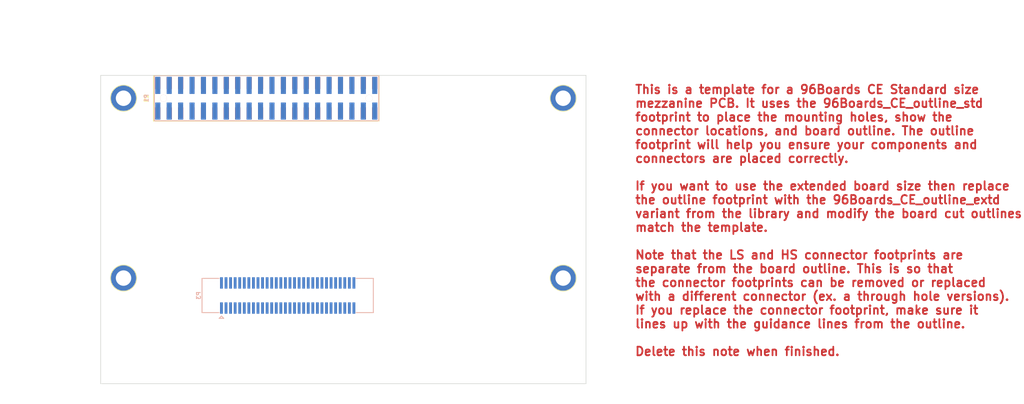
<source format=kicad_pcb>
(kicad_pcb (version 4) (host pcbnew 4.0.6)

  (general
    (links 61)
    (no_connects 61)
    (area 85.221429 87.3 258.900572 159.500001)
    (thickness 1.6)
    (drawings 14)
    (tracks 0)
    (zones 0)
    (modules 4)
    (nets 80)
  )

  (page A4)
  (title_block
    (title "96Boards Mezzanine Project Template")
    (date 2015-08-08)
    (rev A)
    (company "Linaro Ltd")
  )

  (layers
    (0 F.Cu signal)
    (31 B.Cu signal hide)
    (32 B.Adhes user)
    (33 F.Adhes user)
    (34 B.Paste user)
    (35 F.Paste user)
    (36 B.SilkS user)
    (37 F.SilkS user)
    (38 B.Mask user)
    (39 F.Mask user)
    (40 Dwgs.User user hide)
    (41 Cmts.User user)
    (42 Eco1.User user)
    (43 Eco2.User user)
    (44 Edge.Cuts user)
    (45 Margin user)
    (46 B.CrtYd user)
    (47 F.CrtYd user hide)
    (48 B.Fab user)
    (49 F.Fab user)
  )

  (setup
    (last_trace_width 0.254)
    (user_trace_width 0.254)
    (user_trace_width 0.381)
    (user_trace_width 0.635)
    (trace_clearance 0)
    (zone_clearance 0.508)
    (zone_45_only yes)
    (trace_min 0.1778)
    (segment_width 0.2)
    (edge_width 0.1)
    (via_size 0.6)
    (via_drill 0.4)
    (via_min_size 0.4)
    (via_min_drill 0.3)
    (uvia_size 0.3)
    (uvia_drill 0.1)
    (uvias_allowed no)
    (uvia_min_size 0.2)
    (uvia_min_drill 0.1)
    (pcb_text_width 0.3)
    (pcb_text_size 1.5 1.5)
    (mod_edge_width 0.15)
    (mod_text_size 1 1)
    (mod_text_width 0.15)
    (pad_size 3 3)
    (pad_drill 2.5)
    (pad_to_mask_clearance 0)
    (aux_axis_origin 100 100)
    (grid_origin 100 100)
    (visible_elements FFFFFF7B)
    (pcbplotparams
      (layerselection 0x010ef_80000001)
      (usegerberextensions false)
      (excludeedgelayer true)
      (linewidth 0.100000)
      (plotframeref false)
      (viasonmask false)
      (mode 1)
      (useauxorigin false)
      (hpglpennumber 1)
      (hpglpenspeed 20)
      (hpglpendiameter 15)
      (hpglpenoverlay 2)
      (psnegative false)
      (psa4output false)
      (plotreference true)
      (plotvalue true)
      (plotinvisibletext false)
      (padsonsilk false)
      (subtractmaskfromsilk false)
      (outputformat 1)
      (mirror false)
      (drillshape 0)
      (scaleselection 1)
      (outputdirectory gerbers/))
  )

  (net 0 "")
  (net 1 +1V8)
  (net 2 GND)
  (net 3 +5V)
  (net 4 I2C0_SCL)
  (net 5 I2C0_SDA)
  (net 6 I2C1_SCL)
  (net 7 I2C1_SDA)
  (net 8 PWR_BTN_N)
  (net 9 RST_BTN_N)
  (net 10 SYS_DCIN)
  (net 11 GPIO_B)
  (net 12 GPIO_A)
  (net 13 SPIO_SCL)
  (net 14 SPIO_DIN)
  (net 15 SPIO_CS)
  (net 16 SPIO_DOUT)
  (net 17 PCM_FS)
  (net 18 PCM_CLK)
  (net 19 PCM_DO)
  (net 20 PCM_DI)
  (net 21 GPIO_D)
  (net 22 GPIO_F)
  (net 23 GPIO_H)
  (net 24 GPIO_J)
  (net 25 GPIO_L)
  (net 26 UART1_TX)
  (net 27 UART1_RX)
  (net 28 GPIO_C)
  (net 29 GPIO_E)
  (net 30 GPIO_G)
  (net 31 GPIO_I)
  (net 32 GPIO_K)
  (net 33 UART0_CTS)
  (net 34 UART0_TX)
  (net 35 UART0_RX)
  (net 36 UART0_RTS)
  (net 37 "Net-(P3-Pad60)")
  (net 38 DSI_D0+)
  (net 39 CSI0_D3-)
  (net 40 DSI_D0-)
  (net 41 CSI0_D3+)
  (net 42 DSI_CLK-)
  (net 43 CSI0_D2-)
  (net 44 DSI_CLK+)
  (net 45 CSI0_D2+)
  (net 46 CLK1/CSI1_MCLK)
  (net 47 CSI0_D1-)
  (net 48 CLK0/CSI0_MCLK)
  (net 49 CSI0_D1+)
  (net 50 SD_CMD/SPI1_DIN)
  (net 51 CSI0_D0-)
  (net 52 SD_SCLK/SPI1_SCLK)
  (net 53 SD_DAT3/SPI1_CS)
  (net 54 CSI0_D0+)
  (net 55 SD_DAT2)
  (net 56 SD_DAT1)
  (net 57 CSI0_C-)
  (net 58 CSI0_C+)
  (net 59 SD_DAT0/SPI1_DOUT)
  (net 60 DSI_D3-)
  (net 61 HSIC_DATA)
  (net 62 I2C3_SCL)
  (net 63 CSI1_D1-)
  (net 64 CSI1_C-)
  (net 65 DSI_D3+)
  (net 66 I2C3_SDA)
  (net 67 DSI_D1-)
  (net 68 USB_D-)
  (net 69 DSI_D2-)
  (net 70 USB_D+)
  (net 71 DSI_D1+)
  (net 72 CSI1_D1+)
  (net 73 CSI1_D0+)
  (net 74 I2C2_SCL)
  (net 75 DSI_D2+)
  (net 76 CSI1_D0-)
  (net 77 I2C2_SDA)
  (net 78 CSI1_C+)
  (net 79 HSIC_STR)

  (net_class Default "This is the default net class."
    (clearance 0)
    (trace_width 0.254)
    (via_dia 0.6)
    (via_drill 0.4)
    (uvia_dia 0.3)
    (uvia_drill 0.1)
    (add_net CLK0/CSI0_MCLK)
    (add_net CLK1/CSI1_MCLK)
    (add_net CSI0_C+)
    (add_net CSI0_C-)
    (add_net CSI0_D0+)
    (add_net CSI0_D0-)
    (add_net CSI0_D1+)
    (add_net CSI0_D1-)
    (add_net CSI0_D2+)
    (add_net CSI0_D2-)
    (add_net CSI0_D3+)
    (add_net CSI0_D3-)
    (add_net CSI1_C+)
    (add_net CSI1_C-)
    (add_net CSI1_D0+)
    (add_net CSI1_D0-)
    (add_net CSI1_D1+)
    (add_net CSI1_D1-)
    (add_net DSI_CLK+)
    (add_net DSI_CLK-)
    (add_net DSI_D0+)
    (add_net DSI_D0-)
    (add_net DSI_D1+)
    (add_net DSI_D1-)
    (add_net DSI_D2+)
    (add_net DSI_D2-)
    (add_net DSI_D3+)
    (add_net DSI_D3-)
    (add_net GPIO_A)
    (add_net GPIO_B)
    (add_net GPIO_C)
    (add_net GPIO_D)
    (add_net GPIO_E)
    (add_net GPIO_F)
    (add_net GPIO_G)
    (add_net GPIO_H)
    (add_net GPIO_I)
    (add_net GPIO_J)
    (add_net GPIO_K)
    (add_net GPIO_L)
    (add_net HSIC_DATA)
    (add_net HSIC_STR)
    (add_net I2C0_SCL)
    (add_net I2C0_SDA)
    (add_net I2C1_SCL)
    (add_net I2C1_SDA)
    (add_net I2C2_SCL)
    (add_net I2C2_SDA)
    (add_net I2C3_SCL)
    (add_net I2C3_SDA)
    (add_net "Net-(P3-Pad60)")
    (add_net PCM_CLK)
    (add_net PCM_DI)
    (add_net PCM_DO)
    (add_net PCM_FS)
    (add_net PWR_BTN_N)
    (add_net RST_BTN_N)
    (add_net SD_CMD/SPI1_DIN)
    (add_net SD_DAT0/SPI1_DOUT)
    (add_net SD_DAT1)
    (add_net SD_DAT2)
    (add_net SD_DAT3/SPI1_CS)
    (add_net SD_SCLK/SPI1_SCLK)
    (add_net SPIO_CS)
    (add_net SPIO_DIN)
    (add_net SPIO_DOUT)
    (add_net SPIO_SCL)
    (add_net SYS_DCIN)
    (add_net UART0_CTS)
    (add_net UART0_RTS)
    (add_net UART0_RX)
    (add_net UART0_TX)
    (add_net UART1_RX)
    (add_net UART1_TX)
    (add_net USB_D+)
    (add_net USB_D-)
  )

  (net_class Power ""
    (clearance 0.1778)
    (trace_width 0.381)
    (via_dia 0.6)
    (via_drill 0.4)
    (uvia_dia 0.3)
    (uvia_drill 0.1)
    (add_net +1V8)
    (add_net +5V)
    (add_net GND)
  )

  (module 96boards:96Boards_CE_outline_std (layer F.Cu) (tedit 59E0C685) (tstamp 59E54454)
    (at 100 154)
    (descr "module 1 pin (ou trou mecanique de percage)")
    (tags "96Boards, formfactor, mezzanine")
    (fp_text reference REF** (at 2.5 1) (layer B.Fab) hide
      (effects (font (size 1 1) (thickness 0.15)) (justify mirror))
    )
    (fp_text value "96Boards CE Outline Standard" (at 42.5 1.5) (layer B.Fab) hide
      (effects (font (size 1 1) (thickness 0.15)) (justify mirror))
    )
    (fp_line (start 9 -52) (end 7.75 -53.25) (layer B.Fab) (width 0.15))
    (fp_line (start 9 -48) (end 9 -52) (layer B.Fab) (width 0.15))
    (fp_line (start 49 -48) (end 9 -48) (layer B.Fab) (width 0.15))
    (fp_line (start 49 -52) (end 49 -48) (layer B.Fab) (width 0.15))
    (fp_line (start 9 -52) (end 49 -52) (layer B.Fab) (width 0.15))
    (fp_line (start 55.5 -3) (end 52.5 0) (layer B.Fab) (width 0.15))
    (fp_line (start 53 -3) (end 50 0) (layer B.Fab) (width 0.15))
    (fp_line (start 50.5 -3) (end 47.5 0) (layer B.Fab) (width 0.15))
    (fp_line (start 48 -3) (end 45 0) (layer B.Fab) (width 0.15))
    (fp_line (start 45.5 -3) (end 42.5 0) (layer B.Fab) (width 0.15))
    (fp_line (start 43 -3) (end 40 0) (layer B.Fab) (width 0.15))
    (fp_line (start 40.5 -3) (end 37.5 0) (layer B.Fab) (width 0.15))
    (fp_line (start 43.5 -8.5) (end 46.5 -11.5) (layer B.Fab) (width 0.15))
    (fp_line (start 41 -8.5) (end 44 -11.5) (layer B.Fab) (width 0.15))
    (fp_line (start 38.5 -8.5) (end 41.5 -11.5) (layer B.Fab) (width 0.15))
    (fp_line (start 36 -8.5) (end 39 -11.5) (layer B.Fab) (width 0.15))
    (fp_line (start 33.5 -8.5) (end 36.5 -11.5) (layer B.Fab) (width 0.15))
    (fp_text user "No components on this side of PCB" (at 42.5 -4) (layer B.Fab)
      (effects (font (size 1 1) (thickness 0.15)) (justify mirror))
    )
    (fp_text user "KEEPOUT ZONE" (at 42.5 -6.5) (layer B.Fab)
      (effects (font (size 2 2) (thickness 0.15)) (justify mirror))
    )
    (fp_line (start 48.5 -16) (end 51 -18.5) (layer B.Fab) (width 0.15))
    (fp_line (start 48.5 -13.5) (end 53.5 -18.5) (layer B.Fab) (width 0.15))
    (fp_line (start 82.5 0) (end 85 -2.5) (layer B.Fab) (width 0.15))
    (fp_line (start 80 0) (end 85 -5) (layer B.Fab) (width 0.15))
    (fp_line (start 77.5 0) (end 85 -7.5) (layer B.Fab) (width 0.15))
    (fp_line (start 7.5 0) (end 19 -11.5) (layer B.Fab) (width 0.15))
    (fp_line (start 5 0) (end 17 -12) (layer B.Fab) (width 0.15))
    (fp_line (start 2.5 0) (end 17 -14.5) (layer B.Fab) (width 0.15))
    (fp_line (start 0 0) (end 17 -17) (layer B.Fab) (width 0.15))
    (fp_line (start 0 -2.5) (end 16 -18.5) (layer B.Fab) (width 0.15))
    (fp_line (start 0 -5) (end 13.5 -18.5) (layer B.Fab) (width 0.15))
    (fp_line (start 0 -7.5) (end 11 -18.5) (layer B.Fab) (width 0.15))
    (fp_line (start 0 -10) (end 8.5 -18.5) (layer B.Fab) (width 0.15))
    (fp_line (start 0 -12.5) (end 3.5 -16) (layer B.Fab) (width 0.15))
    (fp_line (start 0 -15) (end 2 -17) (layer B.Fab) (width 0.15))
    (fp_line (start 0 -17.5) (end 1 -18.5) (layer B.Fab) (width 0.15))
    (fp_arc (start 46.15 -13.65) (end 46.35 -13.65) (angle 90) (layer B.Fab) (width 0.15))
    (fp_arc (start 46.55 -15.05) (end 46.35 -15.05) (angle 90) (layer B.Fab) (width 0.15))
    (fp_arc (start 46.55 -15.45) (end 46.75 -15.45) (angle 90) (layer B.Fab) (width 0.15))
    (fp_arc (start 46.55 -17.25) (end 46.55 -17.45) (angle 90) (layer B.Fab) (width 0.15))
    (fp_line (start 46.35 -15.05) (end 46.35 -13.65) (layer B.Fab) (width 0.15))
    (fp_line (start 46.75 -17.25) (end 46.75 -15.45) (layer B.Fab) (width 0.15))
    (fp_line (start 20.05 -13.85) (end 20.05 -14.65) (layer B.Fab) (width 0.15))
    (fp_line (start 20.85 -13.85) (end 20.05 -13.85) (layer B.Fab) (width 0.15))
    (fp_line (start 20.85 -14.65) (end 20.85 -13.85) (layer B.Fab) (width 0.15))
    (fp_line (start 20.05 -14.65) (end 20.85 -14.65) (layer B.Fab) (width 0.15))
    (fp_line (start 20.65 -14.05) (end 20.45 -14.45) (layer B.Fab) (width 0.15))
    (fp_line (start 20.25 -14.05) (end 20.65 -14.05) (layer B.Fab) (width 0.15))
    (fp_line (start 20.45 -14.45) (end 20.25 -14.05) (layer B.Fab) (width 0.15))
    (fp_arc (start 18.95 -15.45) (end 18.95 -15.65) (angle 90) (layer B.Fab) (width 0.15))
    (fp_arc (start 18.95 -15.85) (end 18.95 -15.65) (angle 90) (layer B.Fab) (width 0.15))
    (fp_line (start 21.25 -14.95) (end 21.25 -15.05) (layer B.Fab) (width 0.15))
    (fp_line (start 21.05 -14.95) (end 21.25 -14.95) (layer B.Fab) (width 0.15))
    (fp_line (start 21.05 -15.05) (end 21.05 -14.95) (layer B.Fab) (width 0.15))
    (fp_line (start 21.25 -15.95) (end 21.25 -15.85) (layer B.Fab) (width 0.15))
    (fp_line (start 21.05 -15.95) (end 21.25 -15.95) (layer B.Fab) (width 0.15))
    (fp_line (start 21.05 -15.85) (end 21.05 -15.95) (layer B.Fab) (width 0.15))
    (fp_line (start 21.25 -12.95) (end 21.25 -13.45) (layer B.Fab) (width 0.15))
    (fp_line (start 21.05 -12.95) (end 21.25 -12.95) (layer B.Fab) (width 0.15))
    (fp_line (start 21.05 -13.45) (end 21.05 -12.95) (layer B.Fab) (width 0.15))
    (fp_line (start 21.25 -17.95) (end 21.25 -17.45) (layer B.Fab) (width 0.15))
    (fp_line (start 21.05 -17.95) (end 21.25 -17.95) (layer B.Fab) (width 0.15))
    (fp_line (start 21.05 -17.45) (end 21.05 -17.95) (layer B.Fab) (width 0.15))
    (fp_line (start 45.05 -15.85) (end 20.45 -15.85) (layer B.Fab) (width 0.15))
    (fp_line (start 45.05 -15.05) (end 45.05 -15.85) (layer B.Fab) (width 0.15))
    (fp_line (start 20.45 -15.05) (end 45.05 -15.05) (layer B.Fab) (width 0.15))
    (fp_line (start 20.45 -15.85) (end 20.45 -15.05) (layer B.Fab) (width 0.15))
    (fp_arc (start 19.35 -13.65) (end 19.35 -13.45) (angle 90) (layer B.Fab) (width 0.15))
    (fp_arc (start 18.95 -17.25) (end 18.75 -17.25) (angle 90) (layer B.Fab) (width 0.15))
    (fp_line (start 18.75 -15.85) (end 18.75 -17.25) (layer B.Fab) (width 0.15))
    (fp_line (start 19.15 -15.45) (end 19.15 -13.65) (layer B.Fab) (width 0.15))
    (fp_line (start 17.85 -14.45) (end 17.85 -12.65) (layer B.Fab) (width 0.15))
    (fp_line (start 17.85 -18.15) (end 17.85 -16.45) (layer B.Fab) (width 0.15))
    (fp_line (start 18.35 -14.45) (end 17.85 -14.45) (layer B.Fab) (width 0.15))
    (fp_line (start 18.35 -16.45) (end 18.35 -14.45) (layer B.Fab) (width 0.15))
    (fp_line (start 17.85 -16.45) (end 18.35 -16.45) (layer B.Fab) (width 0.15))
    (fp_line (start 45.15 -17.45) (end 45.15 -18.45) (layer B.Fab) (width 0.15))
    (fp_line (start 18.95 -17.45) (end 46.55 -17.45) (layer B.Fab) (width 0.15))
    (fp_line (start 20.35 -18.45) (end 20.35 -17.45) (layer B.Fab) (width 0.15))
    (fp_arc (start 18.05 -12.65) (end 18.05 -12.45) (angle 90) (layer B.Fab) (width 0.15))
    (fp_arc (start 18.15 -18.15) (end 17.85 -18.15) (angle 90) (layer B.Fab) (width 0.15))
    (fp_line (start 47.65 -18.45) (end 45.15 -18.45) (layer B.Fab) (width 0.15))
    (fp_line (start 47.65 -12.45) (end 47.65 -18.45) (layer B.Fab) (width 0.15))
    (fp_line (start 18.05 -12.45) (end 20.35 -12.45) (layer B.Fab) (width 0.15))
    (fp_line (start 9.75 -48.75) (end 9.75 -49.25) (layer B.Fab) (width 0.15))
    (fp_line (start 10.25 -48.75) (end 9.75 -48.75) (layer B.Fab) (width 0.15))
    (fp_line (start 10.25 -49.25) (end 10.25 -48.75) (layer B.Fab) (width 0.15))
    (fp_line (start 9.75 -49.25) (end 10.25 -49.25) (layer B.Fab) (width 0.15))
    (fp_line (start 10.25 -50.75) (end 9.75 -50.75) (layer B.Fab) (width 0.15))
    (fp_line (start 10.25 -51.25) (end 10.25 -50.75) (layer B.Fab) (width 0.15))
    (fp_line (start 7.5 -46.75) (end 7.5 -53.25) (layer B.Fab) (width 0.15))
    (fp_line (start 50.5 -46.75) (end 7.5 -46.75) (layer B.Fab) (width 0.15))
    (fp_line (start 50.5 -53.25) (end 50.5 -46.75) (layer B.Fab) (width 0.15))
    (fp_line (start 7.5 -53.25) (end 50.5 -53.25) (layer B.Fab) (width 0.15))
    (fp_text user "HS Expansion" (at 32.85 -14.15) (layer B.Fab)
      (effects (font (size 1 1) (thickness 0.15)) (justify mirror))
    )
    (fp_line (start 9.75 -51.25) (end 9.75 -50.75) (layer B.Fab) (width 0.15))
    (fp_line (start 9.75 -51.25) (end 10.25 -51.25) (layer B.Fab) (width 0.15))
    (fp_line (start 0 -18.5) (end 85 -18.5) (layer B.Fab) (width 0.15))
    (fp_line (start 85 0) (end 0 0) (layer B.Fab) (width 0.15))
    (fp_line (start 0 -54) (end 85 -54) (layer B.Fab) (width 0.15))
    (fp_line (start 0 0) (end 0 -54) (layer B.Fab) (width 0.15))
    (fp_circle (center 4 -18.5) (end 6 -17.7) (layer F.Fab) (width 0.1))
    (fp_circle (center 4 -18.5) (end 6.6 -18.5) (layer F.CrtYd) (width 0.05))
    (fp_circle (center 4 -18.5) (end 4 -20.786) (layer F.SilkS) (width 0.12))
    (fp_circle (center 81 -18.5) (end 83 -17.7) (layer F.Fab) (width 0.1))
    (fp_circle (center 81 -18.5) (end 81 -20.786) (layer F.SilkS) (width 0.12))
    (fp_circle (center 81 -18.5) (end 83.6 -18.5) (layer F.CrtYd) (width 0.05))
    (fp_circle (center 4 -50) (end 6 -49.2) (layer F.Fab) (width 0.1))
    (fp_circle (center 81 -50) (end 83 -49.2) (layer F.Fab) (width 0.1))
    (fp_circle (center 4 -50) (end 4 -52.286) (layer F.SilkS) (width 0.12))
    (fp_circle (center 81 -50) (end 81 -52.286) (layer F.SilkS) (width 0.12))
    (fp_circle (center 4 -50) (end 6.6 -50) (layer F.CrtYd) (width 0.05))
    (fp_circle (center 81 -50) (end 83.6 -50) (layer F.CrtYd) (width 0.05))
    (fp_text user "LS Expansion" (at 29 -45.85) (layer B.Fab)
      (effects (font (size 1 1) (thickness 0.15)) (justify mirror))
    )
    (fp_line (start 11.75 -51.25) (end 11.75 -50.75) (layer B.Fab) (width 0.15))
    (fp_line (start 11.75 -51.25) (end 12.25 -51.25) (layer B.Fab) (width 0.15))
    (fp_line (start 12.25 -48.75) (end 11.75 -48.75) (layer B.Fab) (width 0.15))
    (fp_line (start 11.75 -48.75) (end 11.75 -49.25) (layer B.Fab) (width 0.15))
    (fp_line (start 12.25 -51.25) (end 12.25 -50.75) (layer B.Fab) (width 0.15))
    (fp_line (start 12.25 -50.75) (end 11.75 -50.75) (layer B.Fab) (width 0.15))
    (fp_line (start 11.75 -49.25) (end 12.25 -49.25) (layer B.Fab) (width 0.15))
    (fp_line (start 12.25 -49.25) (end 12.25 -48.75) (layer B.Fab) (width 0.15))
    (fp_line (start 14.25 -51.25) (end 14.25 -50.75) (layer B.Fab) (width 0.15))
    (fp_line (start 14.25 -50.75) (end 13.75 -50.75) (layer B.Fab) (width 0.15))
    (fp_line (start 13.75 -51.25) (end 13.75 -50.75) (layer B.Fab) (width 0.15))
    (fp_line (start 13.75 -51.25) (end 14.25 -51.25) (layer B.Fab) (width 0.15))
    (fp_line (start 14.25 -49.25) (end 14.25 -48.75) (layer B.Fab) (width 0.15))
    (fp_line (start 14.25 -48.75) (end 13.75 -48.75) (layer B.Fab) (width 0.15))
    (fp_line (start 13.75 -49.25) (end 14.25 -49.25) (layer B.Fab) (width 0.15))
    (fp_line (start 13.75 -48.75) (end 13.75 -49.25) (layer B.Fab) (width 0.15))
    (fp_line (start 15.75 -51.25) (end 15.75 -50.75) (layer B.Fab) (width 0.15))
    (fp_line (start 16.25 -48.75) (end 15.75 -48.75) (layer B.Fab) (width 0.15))
    (fp_line (start 15.75 -48.75) (end 15.75 -49.25) (layer B.Fab) (width 0.15))
    (fp_line (start 16.25 -49.25) (end 16.25 -48.75) (layer B.Fab) (width 0.15))
    (fp_line (start 15.75 -49.25) (end 16.25 -49.25) (layer B.Fab) (width 0.15))
    (fp_line (start 15.75 -51.25) (end 16.25 -51.25) (layer B.Fab) (width 0.15))
    (fp_line (start 16.25 -51.25) (end 16.25 -50.75) (layer B.Fab) (width 0.15))
    (fp_line (start 16.25 -50.75) (end 15.75 -50.75) (layer B.Fab) (width 0.15))
    (fp_line (start 17.75 -51.25) (end 18.25 -51.25) (layer B.Fab) (width 0.15))
    (fp_line (start 18.25 -51.25) (end 18.25 -50.75) (layer B.Fab) (width 0.15))
    (fp_line (start 17.75 -51.25) (end 17.75 -50.75) (layer B.Fab) (width 0.15))
    (fp_line (start 18.25 -50.75) (end 17.75 -50.75) (layer B.Fab) (width 0.15))
    (fp_line (start 17.75 -48.75) (end 17.75 -49.25) (layer B.Fab) (width 0.15))
    (fp_line (start 18.25 -49.25) (end 18.25 -48.75) (layer B.Fab) (width 0.15))
    (fp_line (start 17.75 -49.25) (end 18.25 -49.25) (layer B.Fab) (width 0.15))
    (fp_line (start 18.25 -48.75) (end 17.75 -48.75) (layer B.Fab) (width 0.15))
    (fp_line (start 21.75 -49.25) (end 22.25 -49.25) (layer B.Fab) (width 0.15))
    (fp_line (start 21.75 -51.25) (end 22.25 -51.25) (layer B.Fab) (width 0.15))
    (fp_line (start 22.25 -49.25) (end 22.25 -48.75) (layer B.Fab) (width 0.15))
    (fp_line (start 22.25 -48.75) (end 21.75 -48.75) (layer B.Fab) (width 0.15))
    (fp_line (start 22.25 -51.25) (end 22.25 -50.75) (layer B.Fab) (width 0.15))
    (fp_line (start 22.25 -50.75) (end 21.75 -50.75) (layer B.Fab) (width 0.15))
    (fp_line (start 21.75 -51.25) (end 21.75 -50.75) (layer B.Fab) (width 0.15))
    (fp_line (start 21.75 -48.75) (end 21.75 -49.25) (layer B.Fab) (width 0.15))
    (fp_line (start 19.75 -51.25) (end 20.25 -51.25) (layer B.Fab) (width 0.15))
    (fp_line (start 20.25 -51.25) (end 20.25 -50.75) (layer B.Fab) (width 0.15))
    (fp_line (start 19.75 -48.75) (end 19.75 -49.25) (layer B.Fab) (width 0.15))
    (fp_line (start 19.75 -51.25) (end 19.75 -50.75) (layer B.Fab) (width 0.15))
    (fp_line (start 20.25 -48.75) (end 19.75 -48.75) (layer B.Fab) (width 0.15))
    (fp_line (start 20.25 -50.75) (end 19.75 -50.75) (layer B.Fab) (width 0.15))
    (fp_line (start 19.75 -49.25) (end 20.25 -49.25) (layer B.Fab) (width 0.15))
    (fp_line (start 20.25 -49.25) (end 20.25 -48.75) (layer B.Fab) (width 0.15))
    (fp_line (start 23.75 -51.25) (end 23.75 -50.75) (layer B.Fab) (width 0.15))
    (fp_line (start 23.75 -48.75) (end 23.75 -49.25) (layer B.Fab) (width 0.15))
    (fp_line (start 24.25 -49.25) (end 24.25 -48.75) (layer B.Fab) (width 0.15))
    (fp_line (start 23.75 -51.25) (end 24.25 -51.25) (layer B.Fab) (width 0.15))
    (fp_line (start 23.75 -49.25) (end 24.25 -49.25) (layer B.Fab) (width 0.15))
    (fp_line (start 24.25 -51.25) (end 24.25 -50.75) (layer B.Fab) (width 0.15))
    (fp_line (start 24.25 -48.75) (end 23.75 -48.75) (layer B.Fab) (width 0.15))
    (fp_line (start 24.25 -50.75) (end 23.75 -50.75) (layer B.Fab) (width 0.15))
    (fp_line (start 25.75 -51.25) (end 26.25 -51.25) (layer B.Fab) (width 0.15))
    (fp_line (start 26.25 -51.25) (end 26.25 -50.75) (layer B.Fab) (width 0.15))
    (fp_line (start 25.75 -51.25) (end 25.75 -50.75) (layer B.Fab) (width 0.15))
    (fp_line (start 26.25 -50.75) (end 25.75 -50.75) (layer B.Fab) (width 0.15))
    (fp_line (start 25.75 -48.75) (end 25.75 -49.25) (layer B.Fab) (width 0.15))
    (fp_line (start 26.25 -49.25) (end 26.25 -48.75) (layer B.Fab) (width 0.15))
    (fp_line (start 25.75 -49.25) (end 26.25 -49.25) (layer B.Fab) (width 0.15))
    (fp_line (start 26.25 -48.75) (end 25.75 -48.75) (layer B.Fab) (width 0.15))
    (fp_line (start 29.75 -49.25) (end 30.25 -49.25) (layer B.Fab) (width 0.15))
    (fp_line (start 29.75 -51.25) (end 30.25 -51.25) (layer B.Fab) (width 0.15))
    (fp_line (start 30.25 -49.25) (end 30.25 -48.75) (layer B.Fab) (width 0.15))
    (fp_line (start 30.25 -48.75) (end 29.75 -48.75) (layer B.Fab) (width 0.15))
    (fp_line (start 30.25 -51.25) (end 30.25 -50.75) (layer B.Fab) (width 0.15))
    (fp_line (start 30.25 -50.75) (end 29.75 -50.75) (layer B.Fab) (width 0.15))
    (fp_line (start 29.75 -51.25) (end 29.75 -50.75) (layer B.Fab) (width 0.15))
    (fp_line (start 29.75 -48.75) (end 29.75 -49.25) (layer B.Fab) (width 0.15))
    (fp_line (start 27.75 -51.25) (end 28.25 -51.25) (layer B.Fab) (width 0.15))
    (fp_line (start 28.25 -51.25) (end 28.25 -50.75) (layer B.Fab) (width 0.15))
    (fp_line (start 27.75 -48.75) (end 27.75 -49.25) (layer B.Fab) (width 0.15))
    (fp_line (start 27.75 -51.25) (end 27.75 -50.75) (layer B.Fab) (width 0.15))
    (fp_line (start 28.25 -48.75) (end 27.75 -48.75) (layer B.Fab) (width 0.15))
    (fp_line (start 28.25 -50.75) (end 27.75 -50.75) (layer B.Fab) (width 0.15))
    (fp_line (start 27.75 -49.25) (end 28.25 -49.25) (layer B.Fab) (width 0.15))
    (fp_line (start 28.25 -49.25) (end 28.25 -48.75) (layer B.Fab) (width 0.15))
    (fp_line (start 31.75 -51.25) (end 31.75 -50.75) (layer B.Fab) (width 0.15))
    (fp_line (start 31.75 -48.75) (end 31.75 -49.25) (layer B.Fab) (width 0.15))
    (fp_line (start 32.25 -49.25) (end 32.25 -48.75) (layer B.Fab) (width 0.15))
    (fp_line (start 31.75 -51.25) (end 32.25 -51.25) (layer B.Fab) (width 0.15))
    (fp_line (start 31.75 -49.25) (end 32.25 -49.25) (layer B.Fab) (width 0.15))
    (fp_line (start 32.25 -51.25) (end 32.25 -50.75) (layer B.Fab) (width 0.15))
    (fp_line (start 32.25 -48.75) (end 31.75 -48.75) (layer B.Fab) (width 0.15))
    (fp_line (start 32.25 -50.75) (end 31.75 -50.75) (layer B.Fab) (width 0.15))
    (fp_line (start 33.75 -51.25) (end 34.25 -51.25) (layer B.Fab) (width 0.15))
    (fp_line (start 34.25 -51.25) (end 34.25 -50.75) (layer B.Fab) (width 0.15))
    (fp_line (start 33.75 -51.25) (end 33.75 -50.75) (layer B.Fab) (width 0.15))
    (fp_line (start 34.25 -50.75) (end 33.75 -50.75) (layer B.Fab) (width 0.15))
    (fp_line (start 33.75 -48.75) (end 33.75 -49.25) (layer B.Fab) (width 0.15))
    (fp_line (start 34.25 -49.25) (end 34.25 -48.75) (layer B.Fab) (width 0.15))
    (fp_line (start 33.75 -49.25) (end 34.25 -49.25) (layer B.Fab) (width 0.15))
    (fp_line (start 34.25 -48.75) (end 33.75 -48.75) (layer B.Fab) (width 0.15))
    (fp_line (start 37.75 -49.25) (end 38.25 -49.25) (layer B.Fab) (width 0.15))
    (fp_line (start 37.75 -51.25) (end 38.25 -51.25) (layer B.Fab) (width 0.15))
    (fp_line (start 38.25 -49.25) (end 38.25 -48.75) (layer B.Fab) (width 0.15))
    (fp_line (start 38.25 -48.75) (end 37.75 -48.75) (layer B.Fab) (width 0.15))
    (fp_line (start 38.25 -51.25) (end 38.25 -50.75) (layer B.Fab) (width 0.15))
    (fp_line (start 38.25 -50.75) (end 37.75 -50.75) (layer B.Fab) (width 0.15))
    (fp_line (start 37.75 -51.25) (end 37.75 -50.75) (layer B.Fab) (width 0.15))
    (fp_line (start 37.75 -48.75) (end 37.75 -49.25) (layer B.Fab) (width 0.15))
    (fp_line (start 35.75 -51.25) (end 36.25 -51.25) (layer B.Fab) (width 0.15))
    (fp_line (start 36.25 -51.25) (end 36.25 -50.75) (layer B.Fab) (width 0.15))
    (fp_line (start 35.75 -48.75) (end 35.75 -49.25) (layer B.Fab) (width 0.15))
    (fp_line (start 35.75 -51.25) (end 35.75 -50.75) (layer B.Fab) (width 0.15))
    (fp_line (start 36.25 -48.75) (end 35.75 -48.75) (layer B.Fab) (width 0.15))
    (fp_line (start 36.25 -50.75) (end 35.75 -50.75) (layer B.Fab) (width 0.15))
    (fp_line (start 35.75 -49.25) (end 36.25 -49.25) (layer B.Fab) (width 0.15))
    (fp_line (start 36.25 -49.25) (end 36.25 -48.75) (layer B.Fab) (width 0.15))
    (fp_line (start 39.75 -51.25) (end 39.75 -50.75) (layer B.Fab) (width 0.15))
    (fp_line (start 39.75 -48.75) (end 39.75 -49.25) (layer B.Fab) (width 0.15))
    (fp_line (start 40.25 -49.25) (end 40.25 -48.75) (layer B.Fab) (width 0.15))
    (fp_line (start 39.75 -51.25) (end 40.25 -51.25) (layer B.Fab) (width 0.15))
    (fp_line (start 39.75 -49.25) (end 40.25 -49.25) (layer B.Fab) (width 0.15))
    (fp_line (start 40.25 -51.25) (end 40.25 -50.75) (layer B.Fab) (width 0.15))
    (fp_line (start 40.25 -48.75) (end 39.75 -48.75) (layer B.Fab) (width 0.15))
    (fp_line (start 40.25 -50.75) (end 39.75 -50.75) (layer B.Fab) (width 0.15))
    (fp_line (start 41.75 -51.25) (end 42.25 -51.25) (layer B.Fab) (width 0.15))
    (fp_line (start 42.25 -51.25) (end 42.25 -50.75) (layer B.Fab) (width 0.15))
    (fp_line (start 41.75 -51.25) (end 41.75 -50.75) (layer B.Fab) (width 0.15))
    (fp_line (start 42.25 -50.75) (end 41.75 -50.75) (layer B.Fab) (width 0.15))
    (fp_line (start 41.75 -48.75) (end 41.75 -49.25) (layer B.Fab) (width 0.15))
    (fp_line (start 42.25 -49.25) (end 42.25 -48.75) (layer B.Fab) (width 0.15))
    (fp_line (start 41.75 -49.25) (end 42.25 -49.25) (layer B.Fab) (width 0.15))
    (fp_line (start 42.25 -48.75) (end 41.75 -48.75) (layer B.Fab) (width 0.15))
    (fp_line (start 45.75 -49.25) (end 46.25 -49.25) (layer B.Fab) (width 0.15))
    (fp_line (start 45.75 -51.25) (end 46.25 -51.25) (layer B.Fab) (width 0.15))
    (fp_line (start 46.25 -49.25) (end 46.25 -48.75) (layer B.Fab) (width 0.15))
    (fp_line (start 46.25 -48.75) (end 45.75 -48.75) (layer B.Fab) (width 0.15))
    (fp_line (start 46.25 -51.25) (end 46.25 -50.75) (layer B.Fab) (width 0.15))
    (fp_line (start 46.25 -50.75) (end 45.75 -50.75) (layer B.Fab) (width 0.15))
    (fp_line (start 45.75 -51.25) (end 45.75 -50.75) (layer B.Fab) (width 0.15))
    (fp_line (start 45.75 -48.75) (end 45.75 -49.25) (layer B.Fab) (width 0.15))
    (fp_line (start 43.75 -51.25) (end 44.25 -51.25) (layer B.Fab) (width 0.15))
    (fp_line (start 44.25 -51.25) (end 44.25 -50.75) (layer B.Fab) (width 0.15))
    (fp_line (start 43.75 -48.75) (end 43.75 -49.25) (layer B.Fab) (width 0.15))
    (fp_line (start 43.75 -51.25) (end 43.75 -50.75) (layer B.Fab) (width 0.15))
    (fp_line (start 44.25 -48.75) (end 43.75 -48.75) (layer B.Fab) (width 0.15))
    (fp_line (start 44.25 -50.75) (end 43.75 -50.75) (layer B.Fab) (width 0.15))
    (fp_line (start 43.75 -49.25) (end 44.25 -49.25) (layer B.Fab) (width 0.15))
    (fp_line (start 44.25 -49.25) (end 44.25 -48.75) (layer B.Fab) (width 0.15))
    (fp_line (start 47.75 -51.25) (end 47.75 -50.75) (layer B.Fab) (width 0.15))
    (fp_line (start 47.75 -48.75) (end 47.75 -49.25) (layer B.Fab) (width 0.15))
    (fp_line (start 48.25 -49.25) (end 48.25 -48.75) (layer B.Fab) (width 0.15))
    (fp_line (start 47.75 -51.25) (end 48.25 -51.25) (layer B.Fab) (width 0.15))
    (fp_line (start 47.75 -49.25) (end 48.25 -49.25) (layer B.Fab) (width 0.15))
    (fp_line (start 48.25 -51.25) (end 48.25 -50.75) (layer B.Fab) (width 0.15))
    (fp_line (start 48.25 -48.75) (end 47.75 -48.75) (layer B.Fab) (width 0.15))
    (fp_line (start 48.25 -50.75) (end 47.75 -50.75) (layer B.Fab) (width 0.15))
    (fp_line (start 20.35 -18.45) (end 18.15 -18.45) (layer B.Fab) (width 0.15))
    (fp_line (start 19.35 -13.45) (end 46.15 -13.45) (layer B.Fab) (width 0.15))
    (fp_line (start 45.15 -12.45) (end 45.15 -13.45) (layer B.Fab) (width 0.15))
    (fp_line (start 47.65 -12.45) (end 45.15 -12.45) (layer B.Fab) (width 0.15))
    (fp_line (start 20.35 -12.45) (end 20.35 -13.45) (layer B.Fab) (width 0.15))
    (fp_line (start 22.05 -12.95) (end 22.05 -13.45) (layer B.Fab) (width 0.15))
    (fp_line (start 21.85 -12.95) (end 22.05 -12.95) (layer B.Fab) (width 0.15))
    (fp_line (start 21.85 -13.45) (end 21.85 -12.95) (layer B.Fab) (width 0.15))
    (fp_line (start 21.85 -14.95) (end 22.05 -14.95) (layer B.Fab) (width 0.15))
    (fp_line (start 21.85 -17.45) (end 21.85 -17.95) (layer B.Fab) (width 0.15))
    (fp_line (start 22.05 -17.95) (end 22.05 -17.45) (layer B.Fab) (width 0.15))
    (fp_line (start 21.85 -17.95) (end 22.05 -17.95) (layer B.Fab) (width 0.15))
    (fp_line (start 21.85 -15.95) (end 22.05 -15.95) (layer B.Fab) (width 0.15))
    (fp_line (start 21.85 -15.85) (end 21.85 -15.95) (layer B.Fab) (width 0.15))
    (fp_line (start 22.05 -15.95) (end 22.05 -15.85) (layer B.Fab) (width 0.15))
    (fp_line (start 21.85 -15.05) (end 21.85 -14.95) (layer B.Fab) (width 0.15))
    (fp_line (start 22.05 -14.95) (end 22.05 -15.05) (layer B.Fab) (width 0.15))
    (fp_line (start 22.85 -12.95) (end 22.85 -13.45) (layer B.Fab) (width 0.15))
    (fp_line (start 22.65 -12.95) (end 22.85 -12.95) (layer B.Fab) (width 0.15))
    (fp_line (start 22.65 -13.45) (end 22.65 -12.95) (layer B.Fab) (width 0.15))
    (fp_line (start 22.65 -14.95) (end 22.85 -14.95) (layer B.Fab) (width 0.15))
    (fp_line (start 22.65 -17.45) (end 22.65 -17.95) (layer B.Fab) (width 0.15))
    (fp_line (start 22.85 -17.95) (end 22.85 -17.45) (layer B.Fab) (width 0.15))
    (fp_line (start 22.65 -17.95) (end 22.85 -17.95) (layer B.Fab) (width 0.15))
    (fp_line (start 22.65 -15.95) (end 22.85 -15.95) (layer B.Fab) (width 0.15))
    (fp_line (start 22.65 -15.85) (end 22.65 -15.95) (layer B.Fab) (width 0.15))
    (fp_line (start 22.85 -15.95) (end 22.85 -15.85) (layer B.Fab) (width 0.15))
    (fp_line (start 22.65 -15.05) (end 22.65 -14.95) (layer B.Fab) (width 0.15))
    (fp_line (start 22.85 -14.95) (end 22.85 -15.05) (layer B.Fab) (width 0.15))
    (fp_line (start 23.65 -12.95) (end 23.65 -13.45) (layer B.Fab) (width 0.15))
    (fp_line (start 23.45 -12.95) (end 23.65 -12.95) (layer B.Fab) (width 0.15))
    (fp_line (start 23.45 -13.45) (end 23.45 -12.95) (layer B.Fab) (width 0.15))
    (fp_line (start 23.45 -14.95) (end 23.65 -14.95) (layer B.Fab) (width 0.15))
    (fp_line (start 23.45 -17.45) (end 23.45 -17.95) (layer B.Fab) (width 0.15))
    (fp_line (start 23.65 -17.95) (end 23.65 -17.45) (layer B.Fab) (width 0.15))
    (fp_line (start 23.45 -17.95) (end 23.65 -17.95) (layer B.Fab) (width 0.15))
    (fp_line (start 23.45 -15.95) (end 23.65 -15.95) (layer B.Fab) (width 0.15))
    (fp_line (start 23.45 -15.85) (end 23.45 -15.95) (layer B.Fab) (width 0.15))
    (fp_line (start 23.65 -15.95) (end 23.65 -15.85) (layer B.Fab) (width 0.15))
    (fp_line (start 23.45 -15.05) (end 23.45 -14.95) (layer B.Fab) (width 0.15))
    (fp_line (start 23.65 -14.95) (end 23.65 -15.05) (layer B.Fab) (width 0.15))
    (fp_line (start 24.45 -12.95) (end 24.45 -13.45) (layer B.Fab) (width 0.15))
    (fp_line (start 24.25 -12.95) (end 24.45 -12.95) (layer B.Fab) (width 0.15))
    (fp_line (start 24.25 -13.45) (end 24.25 -12.95) (layer B.Fab) (width 0.15))
    (fp_line (start 24.25 -14.95) (end 24.45 -14.95) (layer B.Fab) (width 0.15))
    (fp_line (start 24.25 -17.45) (end 24.25 -17.95) (layer B.Fab) (width 0.15))
    (fp_line (start 24.45 -17.95) (end 24.45 -17.45) (layer B.Fab) (width 0.15))
    (fp_line (start 24.25 -17.95) (end 24.45 -17.95) (layer B.Fab) (width 0.15))
    (fp_line (start 24.25 -15.95) (end 24.45 -15.95) (layer B.Fab) (width 0.15))
    (fp_line (start 24.25 -15.85) (end 24.25 -15.95) (layer B.Fab) (width 0.15))
    (fp_line (start 24.45 -15.95) (end 24.45 -15.85) (layer B.Fab) (width 0.15))
    (fp_line (start 24.25 -15.05) (end 24.25 -14.95) (layer B.Fab) (width 0.15))
    (fp_line (start 24.45 -14.95) (end 24.45 -15.05) (layer B.Fab) (width 0.15))
    (fp_line (start 25.25 -12.95) (end 25.25 -13.45) (layer B.Fab) (width 0.15))
    (fp_line (start 25.05 -12.95) (end 25.25 -12.95) (layer B.Fab) (width 0.15))
    (fp_line (start 25.05 -13.45) (end 25.05 -12.95) (layer B.Fab) (width 0.15))
    (fp_line (start 25.05 -14.95) (end 25.25 -14.95) (layer B.Fab) (width 0.15))
    (fp_line (start 25.05 -17.45) (end 25.05 -17.95) (layer B.Fab) (width 0.15))
    (fp_line (start 25.25 -17.95) (end 25.25 -17.45) (layer B.Fab) (width 0.15))
    (fp_line (start 25.05 -17.95) (end 25.25 -17.95) (layer B.Fab) (width 0.15))
    (fp_line (start 25.05 -15.95) (end 25.25 -15.95) (layer B.Fab) (width 0.15))
    (fp_line (start 25.05 -15.85) (end 25.05 -15.95) (layer B.Fab) (width 0.15))
    (fp_line (start 25.25 -15.95) (end 25.25 -15.85) (layer B.Fab) (width 0.15))
    (fp_line (start 25.05 -15.05) (end 25.05 -14.95) (layer B.Fab) (width 0.15))
    (fp_line (start 25.25 -14.95) (end 25.25 -15.05) (layer B.Fab) (width 0.15))
    (fp_line (start 26.05 -12.95) (end 26.05 -13.45) (layer B.Fab) (width 0.15))
    (fp_line (start 25.85 -12.95) (end 26.05 -12.95) (layer B.Fab) (width 0.15))
    (fp_line (start 25.85 -13.45) (end 25.85 -12.95) (layer B.Fab) (width 0.15))
    (fp_line (start 25.85 -14.95) (end 26.05 -14.95) (layer B.Fab) (width 0.15))
    (fp_line (start 25.85 -17.45) (end 25.85 -17.95) (layer B.Fab) (width 0.15))
    (fp_line (start 26.05 -17.95) (end 26.05 -17.45) (layer B.Fab) (width 0.15))
    (fp_line (start 25.85 -17.95) (end 26.05 -17.95) (layer B.Fab) (width 0.15))
    (fp_line (start 25.85 -15.95) (end 26.05 -15.95) (layer B.Fab) (width 0.15))
    (fp_line (start 25.85 -15.85) (end 25.85 -15.95) (layer B.Fab) (width 0.15))
    (fp_line (start 26.05 -15.95) (end 26.05 -15.85) (layer B.Fab) (width 0.15))
    (fp_line (start 25.85 -15.05) (end 25.85 -14.95) (layer B.Fab) (width 0.15))
    (fp_line (start 26.05 -14.95) (end 26.05 -15.05) (layer B.Fab) (width 0.15))
    (fp_line (start 26.85 -12.95) (end 26.85 -13.45) (layer B.Fab) (width 0.15))
    (fp_line (start 26.65 -12.95) (end 26.85 -12.95) (layer B.Fab) (width 0.15))
    (fp_line (start 26.65 -13.45) (end 26.65 -12.95) (layer B.Fab) (width 0.15))
    (fp_line (start 26.65 -14.95) (end 26.85 -14.95) (layer B.Fab) (width 0.15))
    (fp_line (start 26.65 -17.45) (end 26.65 -17.95) (layer B.Fab) (width 0.15))
    (fp_line (start 26.85 -17.95) (end 26.85 -17.45) (layer B.Fab) (width 0.15))
    (fp_line (start 26.65 -17.95) (end 26.85 -17.95) (layer B.Fab) (width 0.15))
    (fp_line (start 26.65 -15.95) (end 26.85 -15.95) (layer B.Fab) (width 0.15))
    (fp_line (start 26.65 -15.85) (end 26.65 -15.95) (layer B.Fab) (width 0.15))
    (fp_line (start 26.85 -15.95) (end 26.85 -15.85) (layer B.Fab) (width 0.15))
    (fp_line (start 26.65 -15.05) (end 26.65 -14.95) (layer B.Fab) (width 0.15))
    (fp_line (start 26.85 -14.95) (end 26.85 -15.05) (layer B.Fab) (width 0.15))
    (fp_line (start 27.65 -12.95) (end 27.65 -13.45) (layer B.Fab) (width 0.15))
    (fp_line (start 27.45 -12.95) (end 27.65 -12.95) (layer B.Fab) (width 0.15))
    (fp_line (start 27.45 -13.45) (end 27.45 -12.95) (layer B.Fab) (width 0.15))
    (fp_line (start 27.45 -14.95) (end 27.65 -14.95) (layer B.Fab) (width 0.15))
    (fp_line (start 27.45 -17.45) (end 27.45 -17.95) (layer B.Fab) (width 0.15))
    (fp_line (start 27.65 -17.95) (end 27.65 -17.45) (layer B.Fab) (width 0.15))
    (fp_line (start 27.45 -17.95) (end 27.65 -17.95) (layer B.Fab) (width 0.15))
    (fp_line (start 27.45 -15.95) (end 27.65 -15.95) (layer B.Fab) (width 0.15))
    (fp_line (start 27.45 -15.85) (end 27.45 -15.95) (layer B.Fab) (width 0.15))
    (fp_line (start 27.65 -15.95) (end 27.65 -15.85) (layer B.Fab) (width 0.15))
    (fp_line (start 27.45 -15.05) (end 27.45 -14.95) (layer B.Fab) (width 0.15))
    (fp_line (start 27.65 -14.95) (end 27.65 -15.05) (layer B.Fab) (width 0.15))
    (fp_line (start 28.45 -12.95) (end 28.45 -13.45) (layer B.Fab) (width 0.15))
    (fp_line (start 28.25 -12.95) (end 28.45 -12.95) (layer B.Fab) (width 0.15))
    (fp_line (start 28.25 -13.45) (end 28.25 -12.95) (layer B.Fab) (width 0.15))
    (fp_line (start 28.25 -14.95) (end 28.45 -14.95) (layer B.Fab) (width 0.15))
    (fp_line (start 28.25 -17.45) (end 28.25 -17.95) (layer B.Fab) (width 0.15))
    (fp_line (start 28.45 -17.95) (end 28.45 -17.45) (layer B.Fab) (width 0.15))
    (fp_line (start 28.25 -17.95) (end 28.45 -17.95) (layer B.Fab) (width 0.15))
    (fp_line (start 28.25 -15.95) (end 28.45 -15.95) (layer B.Fab) (width 0.15))
    (fp_line (start 28.25 -15.85) (end 28.25 -15.95) (layer B.Fab) (width 0.15))
    (fp_line (start 28.45 -15.95) (end 28.45 -15.85) (layer B.Fab) (width 0.15))
    (fp_line (start 28.25 -15.05) (end 28.25 -14.95) (layer B.Fab) (width 0.15))
    (fp_line (start 28.45 -14.95) (end 28.45 -15.05) (layer B.Fab) (width 0.15))
    (fp_line (start 29.25 -12.95) (end 29.25 -13.45) (layer B.Fab) (width 0.15))
    (fp_line (start 29.05 -12.95) (end 29.25 -12.95) (layer B.Fab) (width 0.15))
    (fp_line (start 29.05 -13.45) (end 29.05 -12.95) (layer B.Fab) (width 0.15))
    (fp_line (start 29.05 -14.95) (end 29.25 -14.95) (layer B.Fab) (width 0.15))
    (fp_line (start 29.05 -17.45) (end 29.05 -17.95) (layer B.Fab) (width 0.15))
    (fp_line (start 29.25 -17.95) (end 29.25 -17.45) (layer B.Fab) (width 0.15))
    (fp_line (start 29.05 -17.95) (end 29.25 -17.95) (layer B.Fab) (width 0.15))
    (fp_line (start 29.05 -15.95) (end 29.25 -15.95) (layer B.Fab) (width 0.15))
    (fp_line (start 29.05 -15.85) (end 29.05 -15.95) (layer B.Fab) (width 0.15))
    (fp_line (start 29.25 -15.95) (end 29.25 -15.85) (layer B.Fab) (width 0.15))
    (fp_line (start 29.05 -15.05) (end 29.05 -14.95) (layer B.Fab) (width 0.15))
    (fp_line (start 29.25 -14.95) (end 29.25 -15.05) (layer B.Fab) (width 0.15))
    (fp_line (start 29.85 -12.95) (end 30.05 -12.95) (layer B.Fab) (width 0.15))
    (fp_line (start 30.05 -12.95) (end 30.05 -13.45) (layer B.Fab) (width 0.15))
    (fp_line (start 29.85 -13.45) (end 29.85 -12.95) (layer B.Fab) (width 0.15))
    (fp_line (start 30.65 -13.45) (end 30.65 -12.95) (layer B.Fab) (width 0.15))
    (fp_line (start 30.65 -12.95) (end 30.85 -12.95) (layer B.Fab) (width 0.15))
    (fp_line (start 29.85 -17.95) (end 30.05 -17.95) (layer B.Fab) (width 0.15))
    (fp_line (start 30.05 -17.95) (end 30.05 -17.45) (layer B.Fab) (width 0.15))
    (fp_line (start 29.85 -17.45) (end 29.85 -17.95) (layer B.Fab) (width 0.15))
    (fp_line (start 30.65 -17.45) (end 30.65 -17.95) (layer B.Fab) (width 0.15))
    (fp_line (start 29.85 -15.85) (end 29.85 -15.95) (layer B.Fab) (width 0.15))
    (fp_line (start 30.05 -15.95) (end 30.05 -15.85) (layer B.Fab) (width 0.15))
    (fp_line (start 29.85 -15.95) (end 30.05 -15.95) (layer B.Fab) (width 0.15))
    (fp_line (start 30.65 -15.85) (end 30.65 -15.95) (layer B.Fab) (width 0.15))
    (fp_line (start 30.85 -12.95) (end 30.85 -13.45) (layer B.Fab) (width 0.15))
    (fp_line (start 31.45 -12.95) (end 31.65 -12.95) (layer B.Fab) (width 0.15))
    (fp_line (start 31.45 -13.45) (end 31.45 -12.95) (layer B.Fab) (width 0.15))
    (fp_line (start 31.65 -12.95) (end 31.65 -13.45) (layer B.Fab) (width 0.15))
    (fp_line (start 31.45 -17.45) (end 31.45 -17.95) (layer B.Fab) (width 0.15))
    (fp_line (start 30.85 -17.95) (end 30.85 -17.45) (layer B.Fab) (width 0.15))
    (fp_line (start 31.45 -17.95) (end 31.65 -17.95) (layer B.Fab) (width 0.15))
    (fp_line (start 30.65 -17.95) (end 30.85 -17.95) (layer B.Fab) (width 0.15))
    (fp_line (start 31.65 -17.95) (end 31.65 -17.45) (layer B.Fab) (width 0.15))
    (fp_line (start 31.65 -15.95) (end 31.65 -15.85) (layer B.Fab) (width 0.15))
    (fp_line (start 30.85 -15.95) (end 30.85 -15.85) (layer B.Fab) (width 0.15))
    (fp_line (start 31.45 -15.85) (end 31.45 -15.95) (layer B.Fab) (width 0.15))
    (fp_line (start 31.45 -15.95) (end 31.65 -15.95) (layer B.Fab) (width 0.15))
    (fp_line (start 31.45 -14.95) (end 31.65 -14.95) (layer B.Fab) (width 0.15))
    (fp_line (start 31.45 -15.05) (end 31.45 -14.95) (layer B.Fab) (width 0.15))
    (fp_line (start 31.65 -14.95) (end 31.65 -15.05) (layer B.Fab) (width 0.15))
    (fp_line (start 29.85 -15.05) (end 29.85 -14.95) (layer B.Fab) (width 0.15))
    (fp_line (start 30.05 -14.95) (end 30.05 -15.05) (layer B.Fab) (width 0.15))
    (fp_line (start 29.85 -14.95) (end 30.05 -14.95) (layer B.Fab) (width 0.15))
    (fp_line (start 30.65 -15.05) (end 30.65 -14.95) (layer B.Fab) (width 0.15))
    (fp_line (start 30.85 -14.95) (end 30.85 -15.05) (layer B.Fab) (width 0.15))
    (fp_line (start 30.65 -14.95) (end 30.85 -14.95) (layer B.Fab) (width 0.15))
    (fp_line (start 32.45 -12.95) (end 32.45 -13.45) (layer B.Fab) (width 0.15))
    (fp_line (start 32.25 -12.95) (end 32.45 -12.95) (layer B.Fab) (width 0.15))
    (fp_line (start 32.25 -13.45) (end 32.25 -12.95) (layer B.Fab) (width 0.15))
    (fp_line (start 32.25 -15.95) (end 32.45 -15.95) (layer B.Fab) (width 0.15))
    (fp_line (start 32.25 -15.85) (end 32.25 -15.95) (layer B.Fab) (width 0.15))
    (fp_line (start 32.45 -15.95) (end 32.45 -15.85) (layer B.Fab) (width 0.15))
    (fp_line (start 32.25 -15.05) (end 32.25 -14.95) (layer B.Fab) (width 0.15))
    (fp_line (start 32.25 -14.95) (end 32.45 -14.95) (layer B.Fab) (width 0.15))
    (fp_line (start 32.45 -14.95) (end 32.45 -15.05) (layer B.Fab) (width 0.15))
    (fp_line (start 30.65 -15.95) (end 30.85 -15.95) (layer B.Fab) (width 0.15))
    (fp_line (start 32.25 -17.45) (end 32.25 -17.95) (layer B.Fab) (width 0.15))
    (fp_line (start 32.45 -17.95) (end 32.45 -17.45) (layer B.Fab) (width 0.15))
    (fp_line (start 32.25 -17.95) (end 32.45 -17.95) (layer B.Fab) (width 0.15))
    (fp_line (start 33.05 -12.95) (end 33.25 -12.95) (layer B.Fab) (width 0.15))
    (fp_line (start 33.25 -12.95) (end 33.25 -13.45) (layer B.Fab) (width 0.15))
    (fp_line (start 33.05 -13.45) (end 33.05 -12.95) (layer B.Fab) (width 0.15))
    (fp_line (start 33.85 -13.45) (end 33.85 -12.95) (layer B.Fab) (width 0.15))
    (fp_line (start 33.85 -12.95) (end 34.05 -12.95) (layer B.Fab) (width 0.15))
    (fp_line (start 33.05 -17.95) (end 33.25 -17.95) (layer B.Fab) (width 0.15))
    (fp_line (start 33.25 -17.95) (end 33.25 -17.45) (layer B.Fab) (width 0.15))
    (fp_line (start 33.05 -17.45) (end 33.05 -17.95) (layer B.Fab) (width 0.15))
    (fp_line (start 33.85 -17.45) (end 33.85 -17.95) (layer B.Fab) (width 0.15))
    (fp_line (start 33.05 -15.85) (end 33.05 -15.95) (layer B.Fab) (width 0.15))
    (fp_line (start 33.25 -15.95) (end 33.25 -15.85) (layer B.Fab) (width 0.15))
    (fp_line (start 33.05 -15.95) (end 33.25 -15.95) (layer B.Fab) (width 0.15))
    (fp_line (start 33.85 -15.85) (end 33.85 -15.95) (layer B.Fab) (width 0.15))
    (fp_line (start 34.05 -12.95) (end 34.05 -13.45) (layer B.Fab) (width 0.15))
    (fp_line (start 34.65 -12.95) (end 34.85 -12.95) (layer B.Fab) (width 0.15))
    (fp_line (start 34.65 -13.45) (end 34.65 -12.95) (layer B.Fab) (width 0.15))
    (fp_line (start 34.85 -12.95) (end 34.85 -13.45) (layer B.Fab) (width 0.15))
    (fp_line (start 34.65 -17.45) (end 34.65 -17.95) (layer B.Fab) (width 0.15))
    (fp_line (start 34.05 -17.95) (end 34.05 -17.45) (layer B.Fab) (width 0.15))
    (fp_line (start 34.65 -17.95) (end 34.85 -17.95) (layer B.Fab) (width 0.15))
    (fp_line (start 33.85 -17.95) (end 34.05 -17.95) (layer B.Fab) (width 0.15))
    (fp_line (start 34.85 -17.95) (end 34.85 -17.45) (layer B.Fab) (width 0.15))
    (fp_line (start 34.85 -15.95) (end 34.85 -15.85) (layer B.Fab) (width 0.15))
    (fp_line (start 34.05 -15.95) (end 34.05 -15.85) (layer B.Fab) (width 0.15))
    (fp_line (start 34.65 -15.85) (end 34.65 -15.95) (layer B.Fab) (width 0.15))
    (fp_line (start 34.65 -15.95) (end 34.85 -15.95) (layer B.Fab) (width 0.15))
    (fp_line (start 34.65 -14.95) (end 34.85 -14.95) (layer B.Fab) (width 0.15))
    (fp_line (start 34.65 -15.05) (end 34.65 -14.95) (layer B.Fab) (width 0.15))
    (fp_line (start 34.85 -14.95) (end 34.85 -15.05) (layer B.Fab) (width 0.15))
    (fp_line (start 33.05 -15.05) (end 33.05 -14.95) (layer B.Fab) (width 0.15))
    (fp_line (start 33.25 -14.95) (end 33.25 -15.05) (layer B.Fab) (width 0.15))
    (fp_line (start 33.05 -14.95) (end 33.25 -14.95) (layer B.Fab) (width 0.15))
    (fp_line (start 33.85 -15.05) (end 33.85 -14.95) (layer B.Fab) (width 0.15))
    (fp_line (start 34.05 -14.95) (end 34.05 -15.05) (layer B.Fab) (width 0.15))
    (fp_line (start 33.85 -14.95) (end 34.05 -14.95) (layer B.Fab) (width 0.15))
    (fp_line (start 35.65 -12.95) (end 35.65 -13.45) (layer B.Fab) (width 0.15))
    (fp_line (start 35.45 -12.95) (end 35.65 -12.95) (layer B.Fab) (width 0.15))
    (fp_line (start 35.45 -13.45) (end 35.45 -12.95) (layer B.Fab) (width 0.15))
    (fp_line (start 35.45 -15.95) (end 35.65 -15.95) (layer B.Fab) (width 0.15))
    (fp_line (start 35.45 -15.85) (end 35.45 -15.95) (layer B.Fab) (width 0.15))
    (fp_line (start 35.65 -15.95) (end 35.65 -15.85) (layer B.Fab) (width 0.15))
    (fp_line (start 35.45 -15.05) (end 35.45 -14.95) (layer B.Fab) (width 0.15))
    (fp_line (start 35.45 -14.95) (end 35.65 -14.95) (layer B.Fab) (width 0.15))
    (fp_line (start 35.65 -14.95) (end 35.65 -15.05) (layer B.Fab) (width 0.15))
    (fp_line (start 33.85 -15.95) (end 34.05 -15.95) (layer B.Fab) (width 0.15))
    (fp_line (start 35.45 -17.45) (end 35.45 -17.95) (layer B.Fab) (width 0.15))
    (fp_line (start 35.65 -17.95) (end 35.65 -17.45) (layer B.Fab) (width 0.15))
    (fp_line (start 35.45 -17.95) (end 35.65 -17.95) (layer B.Fab) (width 0.15))
    (fp_line (start 36.25 -12.95) (end 36.45 -12.95) (layer B.Fab) (width 0.15))
    (fp_line (start 36.45 -12.95) (end 36.45 -13.45) (layer B.Fab) (width 0.15))
    (fp_line (start 36.25 -13.45) (end 36.25 -12.95) (layer B.Fab) (width 0.15))
    (fp_line (start 37.05 -13.45) (end 37.05 -12.95) (layer B.Fab) (width 0.15))
    (fp_line (start 37.05 -12.95) (end 37.25 -12.95) (layer B.Fab) (width 0.15))
    (fp_line (start 36.25 -17.95) (end 36.45 -17.95) (layer B.Fab) (width 0.15))
    (fp_line (start 36.45 -17.95) (end 36.45 -17.45) (layer B.Fab) (width 0.15))
    (fp_line (start 36.25 -17.45) (end 36.25 -17.95) (layer B.Fab) (width 0.15))
    (fp_line (start 37.05 -17.45) (end 37.05 -17.95) (layer B.Fab) (width 0.15))
    (fp_line (start 36.25 -15.85) (end 36.25 -15.95) (layer B.Fab) (width 0.15))
    (fp_line (start 36.45 -15.95) (end 36.45 -15.85) (layer B.Fab) (width 0.15))
    (fp_line (start 36.25 -15.95) (end 36.45 -15.95) (layer B.Fab) (width 0.15))
    (fp_line (start 37.05 -15.85) (end 37.05 -15.95) (layer B.Fab) (width 0.15))
    (fp_line (start 37.25 -12.95) (end 37.25 -13.45) (layer B.Fab) (width 0.15))
    (fp_line (start 37.85 -12.95) (end 38.05 -12.95) (layer B.Fab) (width 0.15))
    (fp_line (start 37.85 -13.45) (end 37.85 -12.95) (layer B.Fab) (width 0.15))
    (fp_line (start 38.05 -12.95) (end 38.05 -13.45) (layer B.Fab) (width 0.15))
    (fp_line (start 37.85 -17.45) (end 37.85 -17.95) (layer B.Fab) (width 0.15))
    (fp_line (start 37.25 -17.95) (end 37.25 -17.45) (layer B.Fab) (width 0.15))
    (fp_line (start 37.85 -17.95) (end 38.05 -17.95) (layer B.Fab) (width 0.15))
    (fp_line (start 37.05 -17.95) (end 37.25 -17.95) (layer B.Fab) (width 0.15))
    (fp_line (start 38.05 -17.95) (end 38.05 -17.45) (layer B.Fab) (width 0.15))
    (fp_line (start 38.05 -15.95) (end 38.05 -15.85) (layer B.Fab) (width 0.15))
    (fp_line (start 37.25 -15.95) (end 37.25 -15.85) (layer B.Fab) (width 0.15))
    (fp_line (start 37.85 -15.85) (end 37.85 -15.95) (layer B.Fab) (width 0.15))
    (fp_line (start 37.85 -15.95) (end 38.05 -15.95) (layer B.Fab) (width 0.15))
    (fp_line (start 37.85 -14.95) (end 38.05 -14.95) (layer B.Fab) (width 0.15))
    (fp_line (start 37.85 -15.05) (end 37.85 -14.95) (layer B.Fab) (width 0.15))
    (fp_line (start 38.05 -14.95) (end 38.05 -15.05) (layer B.Fab) (width 0.15))
    (fp_line (start 36.25 -15.05) (end 36.25 -14.95) (layer B.Fab) (width 0.15))
    (fp_line (start 36.45 -14.95) (end 36.45 -15.05) (layer B.Fab) (width 0.15))
    (fp_line (start 36.25 -14.95) (end 36.45 -14.95) (layer B.Fab) (width 0.15))
    (fp_line (start 37.05 -15.05) (end 37.05 -14.95) (layer B.Fab) (width 0.15))
    (fp_line (start 37.25 -14.95) (end 37.25 -15.05) (layer B.Fab) (width 0.15))
    (fp_line (start 37.05 -14.95) (end 37.25 -14.95) (layer B.Fab) (width 0.15))
    (fp_line (start 38.85 -12.95) (end 38.85 -13.45) (layer B.Fab) (width 0.15))
    (fp_line (start 38.65 -12.95) (end 38.85 -12.95) (layer B.Fab) (width 0.15))
    (fp_line (start 38.65 -13.45) (end 38.65 -12.95) (layer B.Fab) (width 0.15))
    (fp_line (start 38.65 -15.95) (end 38.85 -15.95) (layer B.Fab) (width 0.15))
    (fp_line (start 38.65 -15.85) (end 38.65 -15.95) (layer B.Fab) (width 0.15))
    (fp_line (start 38.85 -15.95) (end 38.85 -15.85) (layer B.Fab) (width 0.15))
    (fp_line (start 38.65 -15.05) (end 38.65 -14.95) (layer B.Fab) (width 0.15))
    (fp_line (start 38.65 -14.95) (end 38.85 -14.95) (layer B.Fab) (width 0.15))
    (fp_line (start 38.85 -14.95) (end 38.85 -15.05) (layer B.Fab) (width 0.15))
    (fp_line (start 37.05 -15.95) (end 37.25 -15.95) (layer B.Fab) (width 0.15))
    (fp_line (start 38.65 -17.45) (end 38.65 -17.95) (layer B.Fab) (width 0.15))
    (fp_line (start 38.85 -17.95) (end 38.85 -17.45) (layer B.Fab) (width 0.15))
    (fp_line (start 38.65 -17.95) (end 38.85 -17.95) (layer B.Fab) (width 0.15))
    (fp_line (start 40.25 -17.45) (end 40.25 -17.95) (layer B.Fab) (width 0.15))
    (fp_line (start 41.05 -17.45) (end 41.05 -17.95) (layer B.Fab) (width 0.15))
    (fp_line (start 40.45 -17.95) (end 40.45 -17.45) (layer B.Fab) (width 0.15))
    (fp_line (start 40.25 -17.95) (end 40.45 -17.95) (layer B.Fab) (width 0.15))
    (fp_line (start 41.05 -15.05) (end 41.05 -14.95) (layer B.Fab) (width 0.15))
    (fp_line (start 41.25 -14.95) (end 41.25 -15.05) (layer B.Fab) (width 0.15))
    (fp_line (start 41.85 -15.05) (end 41.85 -14.95) (layer B.Fab) (width 0.15))
    (fp_line (start 41.05 -14.95) (end 41.25 -14.95) (layer B.Fab) (width 0.15))
    (fp_line (start 41.05 -17.95) (end 41.25 -17.95) (layer B.Fab) (width 0.15))
    (fp_line (start 42.05 -17.95) (end 42.05 -17.45) (layer B.Fab) (width 0.15))
    (fp_line (start 41.85 -17.45) (end 41.85 -17.95) (layer B.Fab) (width 0.15))
    (fp_line (start 41.25 -17.95) (end 41.25 -17.45) (layer B.Fab) (width 0.15))
    (fp_line (start 41.85 -17.95) (end 42.05 -17.95) (layer B.Fab) (width 0.15))
    (fp_line (start 41.25 -12.95) (end 41.25 -13.45) (layer B.Fab) (width 0.15))
    (fp_line (start 41.05 -12.95) (end 41.25 -12.95) (layer B.Fab) (width 0.15))
    (fp_line (start 42.05 -12.95) (end 42.05 -13.45) (layer B.Fab) (width 0.15))
    (fp_line (start 41.85 -12.95) (end 42.05 -12.95) (layer B.Fab) (width 0.15))
    (fp_line (start 41.05 -13.45) (end 41.05 -12.95) (layer B.Fab) (width 0.15))
    (fp_line (start 41.85 -13.45) (end 41.85 -12.95) (layer B.Fab) (width 0.15))
    (fp_line (start 41.85 -15.85) (end 41.85 -15.95) (layer B.Fab) (width 0.15))
    (fp_line (start 41.85 -14.95) (end 42.05 -14.95) (layer B.Fab) (width 0.15))
    (fp_line (start 41.85 -15.95) (end 42.05 -15.95) (layer B.Fab) (width 0.15))
    (fp_line (start 41.05 -15.95) (end 41.25 -15.95) (layer B.Fab) (width 0.15))
    (fp_line (start 41.25 -15.95) (end 41.25 -15.85) (layer B.Fab) (width 0.15))
    (fp_line (start 41.05 -15.85) (end 41.05 -15.95) (layer B.Fab) (width 0.15))
    (fp_line (start 42.05 -15.95) (end 42.05 -15.85) (layer B.Fab) (width 0.15))
    (fp_line (start 42.05 -14.95) (end 42.05 -15.05) (layer B.Fab) (width 0.15))
    (fp_line (start 39.45 -13.45) (end 39.45 -12.95) (layer B.Fab) (width 0.15))
    (fp_line (start 39.45 -15.05) (end 39.45 -14.95) (layer B.Fab) (width 0.15))
    (fp_line (start 39.65 -14.95) (end 39.65 -15.05) (layer B.Fab) (width 0.15))
    (fp_line (start 40.45 -14.95) (end 40.45 -15.05) (layer B.Fab) (width 0.15))
    (fp_line (start 40.25 -15.05) (end 40.25 -14.95) (layer B.Fab) (width 0.15))
    (fp_line (start 39.45 -14.95) (end 39.65 -14.95) (layer B.Fab) (width 0.15))
    (fp_line (start 40.25 -14.95) (end 40.45 -14.95) (layer B.Fab) (width 0.15))
    (fp_line (start 39.45 -12.95) (end 39.65 -12.95) (layer B.Fab) (width 0.15))
    (fp_line (start 39.65 -12.95) (end 39.65 -13.45) (layer B.Fab) (width 0.15))
    (fp_line (start 40.25 -13.45) (end 40.25 -12.95) (layer B.Fab) (width 0.15))
    (fp_line (start 40.25 -12.95) (end 40.45 -12.95) (layer B.Fab) (width 0.15))
    (fp_line (start 40.45 -12.95) (end 40.45 -13.45) (layer B.Fab) (width 0.15))
    (fp_line (start 40.45 -15.95) (end 40.45 -15.85) (layer B.Fab) (width 0.15))
    (fp_line (start 39.65 -15.95) (end 39.65 -15.85) (layer B.Fab) (width 0.15))
    (fp_line (start 39.45 -15.85) (end 39.45 -15.95) (layer B.Fab) (width 0.15))
    (fp_line (start 39.45 -15.95) (end 39.65 -15.95) (layer B.Fab) (width 0.15))
    (fp_line (start 40.25 -15.85) (end 40.25 -15.95) (layer B.Fab) (width 0.15))
    (fp_line (start 40.25 -15.95) (end 40.45 -15.95) (layer B.Fab) (width 0.15))
    (fp_line (start 39.45 -17.95) (end 39.65 -17.95) (layer B.Fab) (width 0.15))
    (fp_line (start 39.65 -17.95) (end 39.65 -17.45) (layer B.Fab) (width 0.15))
    (fp_line (start 39.45 -17.45) (end 39.45 -17.95) (layer B.Fab) (width 0.15))
    (fp_line (start 43.45 -17.45) (end 43.45 -17.95) (layer B.Fab) (width 0.15))
    (fp_line (start 44.25 -17.45) (end 44.25 -17.95) (layer B.Fab) (width 0.15))
    (fp_line (start 43.65 -17.95) (end 43.65 -17.45) (layer B.Fab) (width 0.15))
    (fp_line (start 43.45 -17.95) (end 43.65 -17.95) (layer B.Fab) (width 0.15))
    (fp_line (start 44.25 -15.05) (end 44.25 -14.95) (layer B.Fab) (width 0.15))
    (fp_line (start 44.45 -14.95) (end 44.45 -15.05) (layer B.Fab) (width 0.15))
    (fp_line (start 44.25 -14.95) (end 44.45 -14.95) (layer B.Fab) (width 0.15))
    (fp_line (start 44.25 -17.95) (end 44.45 -17.95) (layer B.Fab) (width 0.15))
    (fp_line (start 44.45 -17.95) (end 44.45 -17.45) (layer B.Fab) (width 0.15))
    (fp_line (start 44.45 -12.95) (end 44.45 -13.45) (layer B.Fab) (width 0.15))
    (fp_line (start 44.25 -12.95) (end 44.45 -12.95) (layer B.Fab) (width 0.15))
    (fp_line (start 44.25 -13.45) (end 44.25 -12.95) (layer B.Fab) (width 0.15))
    (fp_line (start 44.25 -15.95) (end 44.45 -15.95) (layer B.Fab) (width 0.15))
    (fp_line (start 44.45 -15.95) (end 44.45 -15.85) (layer B.Fab) (width 0.15))
    (fp_line (start 44.25 -15.85) (end 44.25 -15.95) (layer B.Fab) (width 0.15))
    (fp_line (start 42.65 -13.45) (end 42.65 -12.95) (layer B.Fab) (width 0.15))
    (fp_line (start 42.65 -15.05) (end 42.65 -14.95) (layer B.Fab) (width 0.15))
    (fp_line (start 42.85 -14.95) (end 42.85 -15.05) (layer B.Fab) (width 0.15))
    (fp_line (start 43.65 -14.95) (end 43.65 -15.05) (layer B.Fab) (width 0.15))
    (fp_line (start 43.45 -15.05) (end 43.45 -14.95) (layer B.Fab) (width 0.15))
    (fp_line (start 42.65 -14.95) (end 42.85 -14.95) (layer B.Fab) (width 0.15))
    (fp_line (start 43.45 -14.95) (end 43.65 -14.95) (layer B.Fab) (width 0.15))
    (fp_line (start 42.65 -12.95) (end 42.85 -12.95) (layer B.Fab) (width 0.15))
    (fp_line (start 42.85 -12.95) (end 42.85 -13.45) (layer B.Fab) (width 0.15))
    (fp_line (start 43.45 -13.45) (end 43.45 -12.95) (layer B.Fab) (width 0.15))
    (fp_line (start 43.45 -12.95) (end 43.65 -12.95) (layer B.Fab) (width 0.15))
    (fp_line (start 43.65 -12.95) (end 43.65 -13.45) (layer B.Fab) (width 0.15))
    (fp_line (start 43.65 -15.95) (end 43.65 -15.85) (layer B.Fab) (width 0.15))
    (fp_line (start 42.85 -15.95) (end 42.85 -15.85) (layer B.Fab) (width 0.15))
    (fp_line (start 42.65 -15.85) (end 42.65 -15.95) (layer B.Fab) (width 0.15))
    (fp_line (start 42.65 -15.95) (end 42.85 -15.95) (layer B.Fab) (width 0.15))
    (fp_line (start 43.45 -15.85) (end 43.45 -15.95) (layer B.Fab) (width 0.15))
    (fp_line (start 43.45 -15.95) (end 43.65 -15.95) (layer B.Fab) (width 0.15))
    (fp_line (start 42.65 -17.95) (end 42.85 -17.95) (layer B.Fab) (width 0.15))
    (fp_line (start 42.85 -17.95) (end 42.85 -17.45) (layer B.Fab) (width 0.15))
    (fp_line (start 42.65 -17.45) (end 42.65 -17.95) (layer B.Fab) (width 0.15))
    (fp_line (start 10 0) (end 21.5 -11.5) (layer B.Fab) (width 0.15))
    (fp_line (start 15 0) (end 26.5 -11.5) (layer B.Fab) (width 0.15))
    (fp_line (start 12.5 0) (end 24 -11.5) (layer B.Fab) (width 0.15))
    (fp_line (start 25 0) (end 28 -3) (layer B.Fab) (width 0.15))
    (fp_line (start 22.5 0) (end 34 -11.5) (layer B.Fab) (width 0.15))
    (fp_line (start 20 0) (end 31.5 -11.5) (layer B.Fab) (width 0.15))
    (fp_line (start 17.5 0) (end 29 -11.5) (layer B.Fab) (width 0.15))
    (fp_line (start 35 0) (end 38 -3) (layer B.Fab) (width 0.15))
    (fp_line (start 32.5 0) (end 35.5 -3) (layer B.Fab) (width 0.15))
    (fp_line (start 30 0) (end 33 -3) (layer B.Fab) (width 0.15))
    (fp_line (start 27.5 0) (end 30.5 -3) (layer B.Fab) (width 0.15))
    (fp_line (start 46 -8.5) (end 56 -18.5) (layer B.Fab) (width 0.15))
    (fp_line (start 48.5 -8.5) (end 58.5 -18.5) (layer B.Fab) (width 0.15))
    (fp_line (start 53.5 -8.5) (end 63.5 -18.5) (layer B.Fab) (width 0.15))
    (fp_line (start 51 -8.5) (end 61 -18.5) (layer B.Fab) (width 0.15))
    (fp_line (start 55 0) (end 73.5 -18.5) (layer B.Fab) (width 0.15))
    (fp_line (start 56.5 -4) (end 71 -18.5) (layer B.Fab) (width 0.15))
    (fp_line (start 54.5 -7) (end 66 -18.5) (layer B.Fab) (width 0.15))
    (fp_line (start 55.5 -5.5) (end 68.5 -18.5) (layer B.Fab) (width 0.15))
    (fp_line (start 65 0) (end 81 -16) (layer B.Fab) (width 0.15))
    (fp_line (start 62.5 0) (end 79 -16.5) (layer B.Fab) (width 0.15))
    (fp_line (start 57.5 0) (end 76 -18.5) (layer B.Fab) (width 0.15))
    (fp_line (start 60 0) (end 78.5 -18.5) (layer B.Fab) (width 0.15))
    (fp_line (start 75 0) (end 85 -10) (layer B.Fab) (width 0.15))
    (fp_line (start 72.5 0) (end 85 -12.5) (layer B.Fab) (width 0.15))
    (fp_line (start 67.5 0) (end 85 -17.5) (layer B.Fab) (width 0.15))
    (fp_line (start 70 0) (end 85 -15) (layer B.Fab) (width 0.15))
    (fp_line (start 11.5 -52) (end 10.25 -53.25) (layer B.Fab) (width 0.15))
    (fp_line (start 12.75 -52) (end 11.5 -53.25) (layer B.Fab) (width 0.15))
    (fp_line (start 10.25 -52) (end 9 -53.25) (layer B.Fab) (width 0.15))
    (fp_line (start 9.25 -46.75) (end 7.5 -48.5) (layer B.Fab) (width 0.15))
    (fp_line (start 10.5 -46.75) (end 9.25 -48) (layer B.Fab) (width 0.15))
    (fp_line (start 11.75 -46.75) (end 10.5 -48) (layer B.Fab) (width 0.15))
    (fp_line (start 13 -46.75) (end 11.75 -48) (layer B.Fab) (width 0.15))
    (fp_line (start 17.75 -52) (end 16.5 -53.25) (layer B.Fab) (width 0.15))
    (fp_line (start 16.5 -52) (end 15.25 -53.25) (layer B.Fab) (width 0.15))
    (fp_line (start 15.25 -52) (end 14 -53.25) (layer B.Fab) (width 0.15))
    (fp_line (start 14 -52) (end 12.75 -53.25) (layer B.Fab) (width 0.15))
    (fp_line (start 16.75 -46.75) (end 15.5 -48) (layer B.Fab) (width 0.15))
    (fp_line (start 18 -46.75) (end 16.75 -48) (layer B.Fab) (width 0.15))
    (fp_line (start 14.25 -46.75) (end 13 -48) (layer B.Fab) (width 0.15))
    (fp_line (start 15.5 -46.75) (end 14.25 -48) (layer B.Fab) (width 0.15))
    (fp_line (start 22.75 -52) (end 21.5 -53.25) (layer B.Fab) (width 0.15))
    (fp_line (start 21.5 -52) (end 20.25 -53.25) (layer B.Fab) (width 0.15))
    (fp_line (start 20.25 -52) (end 19 -53.25) (layer B.Fab) (width 0.15))
    (fp_line (start 19 -52) (end 17.75 -53.25) (layer B.Fab) (width 0.15))
    (fp_line (start 21.75 -46.75) (end 20.5 -48) (layer B.Fab) (width 0.15))
    (fp_line (start 23 -46.75) (end 21.75 -48) (layer B.Fab) (width 0.15))
    (fp_line (start 19.25 -46.75) (end 18 -48) (layer B.Fab) (width 0.15))
    (fp_line (start 20.5 -46.75) (end 19.25 -48) (layer B.Fab) (width 0.15))
    (fp_line (start 27.75 -52) (end 26.5 -53.25) (layer B.Fab) (width 0.15))
    (fp_line (start 26.5 -52) (end 25.25 -53.25) (layer B.Fab) (width 0.15))
    (fp_line (start 25.25 -52) (end 24 -53.25) (layer B.Fab) (width 0.15))
    (fp_line (start 24 -52) (end 22.75 -53.25) (layer B.Fab) (width 0.15))
    (fp_line (start 26.75 -46.75) (end 25.5 -48) (layer B.Fab) (width 0.15))
    (fp_line (start 28 -46.75) (end 26.75 -48) (layer B.Fab) (width 0.15))
    (fp_line (start 24.25 -46.75) (end 23 -48) (layer B.Fab) (width 0.15))
    (fp_line (start 25.5 -46.75) (end 24.25 -48) (layer B.Fab) (width 0.15))
    (fp_line (start 32.75 -52) (end 31.5 -53.25) (layer B.Fab) (width 0.15))
    (fp_line (start 31.5 -52) (end 30.25 -53.25) (layer B.Fab) (width 0.15))
    (fp_line (start 30.25 -52) (end 29 -53.25) (layer B.Fab) (width 0.15))
    (fp_line (start 29 -52) (end 27.75 -53.25) (layer B.Fab) (width 0.15))
    (fp_line (start 31.75 -46.75) (end 30.5 -48) (layer B.Fab) (width 0.15))
    (fp_line (start 33 -46.75) (end 31.75 -48) (layer B.Fab) (width 0.15))
    (fp_line (start 29.25 -46.75) (end 28 -48) (layer B.Fab) (width 0.15))
    (fp_line (start 30.5 -46.75) (end 29.25 -48) (layer B.Fab) (width 0.15))
    (fp_line (start 37.75 -52) (end 36.5 -53.25) (layer B.Fab) (width 0.15))
    (fp_line (start 36.5 -52) (end 35.25 -53.25) (layer B.Fab) (width 0.15))
    (fp_line (start 35.25 -52) (end 34 -53.25) (layer B.Fab) (width 0.15))
    (fp_line (start 34 -52) (end 32.75 -53.25) (layer B.Fab) (width 0.15))
    (fp_line (start 36.75 -46.75) (end 35.5 -48) (layer B.Fab) (width 0.15))
    (fp_line (start 38 -46.75) (end 36.75 -48) (layer B.Fab) (width 0.15))
    (fp_line (start 34.25 -46.75) (end 33 -48) (layer B.Fab) (width 0.15))
    (fp_line (start 35.5 -46.75) (end 34.25 -48) (layer B.Fab) (width 0.15))
    (fp_line (start 42.75 -52) (end 41.5 -53.25) (layer B.Fab) (width 0.15))
    (fp_line (start 41.5 -52) (end 40.25 -53.25) (layer B.Fab) (width 0.15))
    (fp_line (start 40.25 -52) (end 39 -53.25) (layer B.Fab) (width 0.15))
    (fp_line (start 39 -52) (end 37.75 -53.25) (layer B.Fab) (width 0.15))
    (fp_line (start 41.75 -46.75) (end 40.5 -48) (layer B.Fab) (width 0.15))
    (fp_line (start 43 -46.75) (end 41.75 -48) (layer B.Fab) (width 0.15))
    (fp_line (start 39.25 -46.75) (end 38 -48) (layer B.Fab) (width 0.15))
    (fp_line (start 40.5 -46.75) (end 39.25 -48) (layer B.Fab) (width 0.15))
    (fp_line (start 47.75 -52) (end 46.5 -53.25) (layer B.Fab) (width 0.15))
    (fp_line (start 46.5 -52) (end 45.25 -53.25) (layer B.Fab) (width 0.15))
    (fp_line (start 45.25 -52) (end 44 -53.25) (layer B.Fab) (width 0.15))
    (fp_line (start 44 -52) (end 42.75 -53.25) (layer B.Fab) (width 0.15))
    (fp_line (start 46.75 -46.75) (end 45.5 -48) (layer B.Fab) (width 0.15))
    (fp_line (start 48 -46.75) (end 46.75 -48) (layer B.Fab) (width 0.15))
    (fp_line (start 44.25 -46.75) (end 43 -48) (layer B.Fab) (width 0.15))
    (fp_line (start 45.5 -46.75) (end 44.25 -48) (layer B.Fab) (width 0.15))
    (fp_line (start 50.5 -49.25) (end 49 -50.75) (layer B.Fab) (width 0.15))
    (fp_line (start 50.5 -51.75) (end 49 -53.25) (layer B.Fab) (width 0.15))
    (fp_line (start 50.5 -50.5) (end 47.75 -53.25) (layer B.Fab) (width 0.15))
    (fp_line (start 50.5 -48) (end 49 -49.5) (layer B.Fab) (width 0.15))
    (fp_line (start 49.25 -46.75) (end 48 -48) (layer B.Fab) (width 0.15))
    (fp_line (start 50.5 -46.75) (end 49 -48.25) (layer B.Fab) (width 0.15))
    (fp_line (start 9 -50.75) (end 7.5 -52.25) (layer B.Fab) (width 0.15))
    (fp_line (start 9 -49.5) (end 7.5 -51) (layer B.Fab) (width 0.15))
    (fp_line (start 9 -48.25) (end 7.5 -49.75) (layer B.Fab) (width 0.15))
    (fp_line (start 8 -46.75) (end 7.5 -47.25) (layer B.Fab) (width 0.15))
    (fp_line (start 50.5 -53) (end 50.25 -53.25) (layer B.Fab) (width 0.15))
    (fp_line (start 85 -54) (end 85 0) (layer B.Fab) (width 0.15))
    (pad 1 thru_hole circle (at 4 -18.5) (size 4.5 4.5) (drill 2.7) (layers *.Cu *.Mask))
    (pad 1 thru_hole circle (at 81 -18.5) (size 4.5 4.5) (drill 2.7) (layers *.Cu *.Mask))
    (pad 1 thru_hole circle (at 4 -50) (size 4.5 4.5) (drill 2.7) (layers *.Cu *.Mask))
    (pad 1 thru_hole circle (at 81 -50) (size 4.5 4.5) (drill 2.7) (layers *.Cu *.Mask))
  )

  (module 96boards:61083-063400LF locked (layer B.Cu) (tedit 598D6379) (tstamp 598F76FB)
    (at 132.75 138.55)
    (path /598D5B9D)
    (fp_text reference P3 (at -15.6 0 90) (layer B.SilkS)
      (effects (font (size 0.7 0.7) (thickness 0.15)) (justify mirror))
    )
    (fp_text value CONN_02X30 (at -0.2 0) (layer B.Fab)
      (effects (font (size 1 1) (thickness 0.15)) (justify mirror))
    )
    (fp_line (start -15 3) (end -15 -3) (layer B.SilkS) (width 0.1524))
    (fp_line (start 15 3) (end 15 -3) (layer B.SilkS) (width 0.1524))
    (fp_line (start 15 3) (end 12 3) (layer B.SilkS) (width 0.1524))
    (fp_line (start 15 -3) (end 12 -3) (layer B.SilkS) (width 0.1524))
    (fp_line (start -15 -3) (end -12 -3) (layer B.SilkS) (width 0.1524))
    (fp_line (start -15 3) (end -12 3) (layer B.SilkS) (width 0.1524))
    (fp_line (start -12 4) (end -11.6 3.6) (layer B.SilkS) (width 0.1524))
    (fp_line (start -11.6 3.6) (end -11.2 4) (layer B.SilkS) (width 0.1524))
    (fp_line (start -11.2 4) (end -12 4) (layer B.SilkS) (width 0.1524))
    (pad "" np_thru_hole circle (at -14.1 0) (size 0.8 0.8) (drill 0.8) (layers *.Cu *.Mask))
    (pad 27 smd rect (at -1.2 2.2) (size 0.5 2) (layers B.Cu B.Paste B.Mask)
      (net 38 DSI_D0+))
    (pad 28 smd rect (at -1.2 -2.2) (size 0.5 2) (layers B.Cu B.Paste B.Mask)
      (net 39 CSI0_D3-))
    (pad 30 smd rect (at -0.4 -2.2) (size 0.5 2) (layers B.Cu B.Paste B.Mask)
      (net 2 GND))
    (pad 29 smd rect (at -0.4 2.2) (size 0.5 2) (layers B.Cu B.Paste B.Mask)
      (net 40 DSI_D0-))
    (pad 25 smd rect (at -2 2.2) (size 0.5 2) (layers B.Cu B.Paste B.Mask)
      (net 2 GND))
    (pad 26 smd rect (at -2 -2.2) (size 0.5 2) (layers B.Cu B.Paste B.Mask)
      (net 41 CSI0_D3+))
    (pad 24 smd rect (at -2.8 -2.2) (size 0.5 2) (layers B.Cu B.Paste B.Mask)
      (net 2 GND))
    (pad 23 smd rect (at -2.8 2.2) (size 0.5 2) (layers B.Cu B.Paste B.Mask)
      (net 42 DSI_CLK-))
    (pad 22 smd rect (at -3.6 -2.2) (size 0.5 2) (layers B.Cu B.Paste B.Mask)
      (net 43 CSI0_D2-))
    (pad 21 smd rect (at -3.6 2.2) (size 0.5 2) (layers B.Cu B.Paste B.Mask)
      (net 44 DSI_CLK+))
    (pad 19 smd rect (at -4.4 2.2) (size 0.5 2) (layers B.Cu B.Paste B.Mask)
      (net 2 GND))
    (pad 20 smd rect (at -4.4 -2.2) (size 0.5 2) (layers B.Cu B.Paste B.Mask)
      (net 45 CSI0_D2+))
    (pad 17 smd rect (at -5.2 2.2) (size 0.5 2) (layers B.Cu B.Paste B.Mask)
      (net 46 CLK1/CSI1_MCLK))
    (pad 18 smd rect (at -5.2 -2.2) (size 0.5 2) (layers B.Cu B.Paste B.Mask)
      (net 2 GND))
    (pad 16 smd rect (at -6 -2.2) (size 0.5 2) (layers B.Cu B.Paste B.Mask)
      (net 47 CSI0_D1-))
    (pad 15 smd rect (at -6 2.2) (size 0.5 2) (layers B.Cu B.Paste B.Mask)
      (net 48 CLK0/CSI0_MCLK))
    (pad 14 smd rect (at -6.8 -2.2) (size 0.5 2) (layers B.Cu B.Paste B.Mask)
      (net 49 CSI0_D1+))
    (pad 13 smd rect (at -6.8 2.2) (size 0.5 2) (layers B.Cu B.Paste B.Mask)
      (net 2 GND))
    (pad 12 smd rect (at -7.6 -2.2) (size 0.5 2) (layers B.Cu B.Paste B.Mask)
      (net 2 GND))
    (pad 11 smd rect (at -7.6 2.2) (size 0.5 2) (layers B.Cu B.Paste B.Mask)
      (net 50 SD_CMD/SPI1_DIN))
    (pad 10 smd rect (at -8.4 -2.2) (size 0.5 2) (layers B.Cu B.Paste B.Mask)
      (net 51 CSI0_D0-))
    (pad 9 smd rect (at -8.4 2.2) (size 0.5 2) (layers B.Cu B.Paste B.Mask)
      (net 52 SD_SCLK/SPI1_SCLK))
    (pad 7 smd rect (at -9.2 2.2) (size 0.5 2) (layers B.Cu B.Paste B.Mask)
      (net 53 SD_DAT3/SPI1_CS))
    (pad 8 smd rect (at -9.2 -2.2) (size 0.5 2) (layers B.Cu B.Paste B.Mask)
      (net 54 CSI0_D0+))
    (pad 5 smd rect (at -10 2.2) (size 0.5 2) (layers B.Cu B.Paste B.Mask)
      (net 55 SD_DAT2))
    (pad 6 smd rect (at -10 -2.2) (size 0.5 2) (layers B.Cu B.Paste B.Mask)
      (net 2 GND))
    (pad 3 smd rect (at -10.8 2.2) (size 0.5 2) (layers B.Cu B.Paste B.Mask)
      (net 56 SD_DAT1))
    (pad 4 smd rect (at -10.8 -2.2) (size 0.5 2) (layers B.Cu B.Paste B.Mask)
      (net 57 CSI0_C-))
    (pad 2 smd rect (at -11.6 -2.2) (size 0.5 2) (layers B.Cu B.Paste B.Mask)
      (net 58 CSI0_C+))
    (pad 1 smd rect (at -11.6 2.2) (size 0.5 2) (layers B.Cu B.Paste B.Mask)
      (net 59 SD_DAT0/SPI1_DOUT))
    (pad "" np_thru_hole circle (at 14.1 0) (size 1.2 1.2) (drill 1.2) (layers *.Cu *.Mask))
    (pad 47 smd rect (at 6.8 2.2) (size 0.5 2) (layers B.Cu B.Paste B.Mask)
      (net 60 DSI_D3-))
    (pad 59 smd rect (at 11.6 2.2) (size 0.5 2) (layers B.Cu B.Paste B.Mask)
      (net 61 HSIC_DATA))
    (pad 36 smd rect (at 2 -2.2) (size 0.5 2) (layers B.Cu B.Paste B.Mask)
      (net 62 I2C3_SCL))
    (pad 50 smd rect (at 7.6 -2.2) (size 0.5 2) (layers B.Cu B.Paste B.Mask)
      (net 63 CSI1_D1-))
    (pad 56 smd rect (at 10 -2.2) (size 0.5 2) (layers B.Cu B.Paste B.Mask)
      (net 64 CSI1_C-))
    (pad 60 smd rect (at 11.6 -2.2) (size 0.5 2) (layers B.Cu B.Paste B.Mask)
      (net 37 "Net-(P3-Pad60)"))
    (pad 52 smd rect (at 8.4 -2.2) (size 0.5 2) (layers B.Cu B.Paste B.Mask)
      (net 2 GND))
    (pad 49 smd rect (at 7.6 2.2) (size 0.5 2) (layers B.Cu B.Paste B.Mask)
      (net 2 GND))
    (pad 45 smd rect (at 6 2.2) (size 0.5 2) (layers B.Cu B.Paste B.Mask)
      (net 65 DSI_D3+))
    (pad 46 smd rect (at 6 -2.2) (size 0.5 2) (layers B.Cu B.Paste B.Mask)
      (net 2 GND))
    (pad 55 smd rect (at 10 2.2) (size 0.5 2) (layers B.Cu B.Paste B.Mask)
      (net 2 GND))
    (pad 58 smd rect (at 10.8 -2.2) (size 0.5 2) (layers B.Cu B.Paste B.Mask)
      (net 2 GND))
    (pad 31 smd rect (at 0.4 2.2) (size 0.5 2) (layers B.Cu B.Paste B.Mask)
      (net 2 GND))
    (pad 38 smd rect (at 2.8 -2.2) (size 0.5 2) (layers B.Cu B.Paste B.Mask)
      (net 66 I2C3_SDA))
    (pad 35 smd rect (at 2 2.2) (size 0.5 2) (layers B.Cu B.Paste B.Mask)
      (net 67 DSI_D1-))
    (pad 53 smd rect (at 9.2 2.2) (size 0.5 2) (layers B.Cu B.Paste B.Mask)
      (net 68 USB_D-))
    (pad 37 smd rect (at 2.8 2.2) (size 0.5 2) (layers B.Cu B.Paste B.Mask)
      (net 2 GND))
    (pad 41 smd rect (at 4.4 2.2) (size 0.5 2) (layers B.Cu B.Paste B.Mask)
      (net 69 DSI_D2-))
    (pad 51 smd rect (at 8.4 2.2) (size 0.5 2) (layers B.Cu B.Paste B.Mask)
      (net 70 USB_D+))
    (pad 33 smd rect (at 1.2 2.2) (size 0.5 2) (layers B.Cu B.Paste B.Mask)
      (net 71 DSI_D1+))
    (pad 48 smd rect (at 6.8 -2.2) (size 0.5 2) (layers B.Cu B.Paste B.Mask)
      (net 72 CSI1_D1+))
    (pad 40 smd rect (at 3.6 -2.2) (size 0.5 2) (layers B.Cu B.Paste B.Mask)
      (net 2 GND))
    (pad 42 smd rect (at 4.4 -2.2) (size 0.5 2) (layers B.Cu B.Paste B.Mask)
      (net 73 CSI1_D0+))
    (pad 32 smd rect (at 0.4 -2.2) (size 0.5 2) (layers B.Cu B.Paste B.Mask)
      (net 74 I2C2_SCL))
    (pad 39 smd rect (at 3.6 2.2) (size 0.5 2) (layers B.Cu B.Paste B.Mask)
      (net 75 DSI_D2+))
    (pad 43 smd rect (at 5.2 2.2) (size 0.5 2) (layers B.Cu B.Paste B.Mask)
      (net 2 GND))
    (pad 44 smd rect (at 5.2 -2.2) (size 0.5 2) (layers B.Cu B.Paste B.Mask)
      (net 76 CSI1_D0-))
    (pad 34 smd rect (at 1.2 -2.2) (size 0.5 2) (layers B.Cu B.Paste B.Mask)
      (net 77 I2C2_SDA))
    (pad 54 smd rect (at 9.2 -2.2) (size 0.5 2) (layers B.Cu B.Paste B.Mask)
      (net 78 CSI1_C+))
    (pad 57 smd rect (at 10.8 2.2) (size 0.5 2) (layers B.Cu B.Paste B.Mask)
      (net 79 HSIC_STR))
    (model ${KIPRJMOD}/96boards.pretty/61083-063400LF.wrl
      (at (xyz 0 0 0))
      (scale (xyz 0.394 0.394 0.394))
      (rotate (xyz -90 0 0))
    )
  )

  (module 96boards:Socket_Strip_SMD_2x20_Pitch2mm locked (layer F.Cu) (tedit 598D2D4F) (tstamp 56AB82C3)
    (at 110 105 90)
    (descr "Double row SMD 2mm socket strip, 2x20 contacts")
    (path /55D48226)
    (attr smd)
    (fp_text reference P2 (at 1 -2 90) (layer F.SilkS)
      (effects (font (size 0.7 0.7) (thickness 0.15)))
    )
    (fp_text value CONN_02X20 (at 1 -4 90) (layer F.Fab)
      (effects (font (size 1.016 1.016) (thickness 0.2032)))
    )
    (fp_line (start 5 38.75) (end -3 38.75) (layer F.SilkS) (width 0.15))
    (fp_line (start 5 -0.75) (end -3 -0.75) (layer F.SilkS) (width 0.15))
    (fp_line (start 5 38.75) (end 5 -0.75) (layer F.SilkS) (width 0.15))
    (fp_line (start -3 -0.75) (end -3 38.75) (layer F.SilkS) (width 0.15))
    (pad 40 smd rect (at 3.65 38) (size 0.89 2.1) (layers F.Cu F.Paste F.Mask)
      (net 2 GND))
    (pad 38 smd rect (at 3.65 36) (size 0.89 2.1) (layers F.Cu F.Paste F.Mask)
      (net 10 SYS_DCIN))
    (pad 36 smd rect (at 3.65 34) (size 0.89 2.1) (layers F.Cu F.Paste F.Mask)
      (net 10 SYS_DCIN))
    (pad 34 smd rect (at 3.65 32) (size 0.89 2.1) (layers F.Cu F.Paste F.Mask)
      (net 25 GPIO_L))
    (pad 32 smd rect (at 3.65 30) (size 0.89 2.1) (layers F.Cu F.Paste F.Mask)
      (net 24 GPIO_J))
    (pad 30 smd rect (at 3.65 28) (size 0.89 2.1) (layers F.Cu F.Paste F.Mask)
      (net 23 GPIO_H))
    (pad 28 smd rect (at 3.65 26) (size 0.89 2.1) (layers F.Cu F.Paste F.Mask)
      (net 22 GPIO_F))
    (pad 26 smd rect (at 3.65 24) (size 0.89 2.1) (layers F.Cu F.Paste F.Mask)
      (net 21 GPIO_D))
    (pad 24 smd rect (at 3.65 22) (size 0.89 2.1) (layers F.Cu F.Paste F.Mask)
      (net 11 GPIO_B))
    (pad 22 smd rect (at 3.65 20) (size 0.89 2.1) (layers F.Cu F.Paste F.Mask)
      (net 20 PCM_DI))
    (pad 20 smd rect (at 3.65 18) (size 0.89 2.1) (layers F.Cu F.Paste F.Mask)
      (net 19 PCM_DO))
    (pad 18 smd rect (at 3.65 16) (size 0.89 2.1) (layers F.Cu F.Paste F.Mask)
      (net 18 PCM_CLK))
    (pad 16 smd rect (at 3.65 14) (size 0.89 2.1) (layers F.Cu F.Paste F.Mask)
      (net 17 PCM_FS))
    (pad 14 smd rect (at 3.65 12) (size 0.89 2.1) (layers F.Cu F.Paste F.Mask)
      (net 16 SPIO_DOUT))
    (pad 12 smd rect (at 3.65 10) (size 0.89 2.1) (layers F.Cu F.Paste F.Mask)
      (net 15 SPIO_CS))
    (pad 10 smd rect (at 3.65 8) (size 0.89 2.1) (layers F.Cu F.Paste F.Mask)
      (net 14 SPIO_DIN))
    (pad 8 smd rect (at 3.65 6) (size 0.89 2.1) (layers F.Cu F.Paste F.Mask)
      (net 13 SPIO_SCL))
    (pad 6 smd rect (at 3.65 4) (size 0.89 2.1) (layers F.Cu F.Paste F.Mask)
      (net 9 RST_BTN_N))
    (pad 39 smd rect (at -1.65 38) (size 0.89 2.1) (layers F.Cu F.Paste F.Mask)
      (net 2 GND))
    (pad 37 smd rect (at -1.65 36) (size 0.89 2.1) (layers F.Cu F.Paste F.Mask)
      (net 3 +5V))
    (pad 35 smd rect (at -1.65 34) (size 0.89 2.1) (layers F.Cu F.Paste F.Mask)
      (net 1 +1V8))
    (pad 33 smd rect (at -1.65 32) (size 0.89 2.1) (layers F.Cu F.Paste F.Mask)
      (net 32 GPIO_K))
    (pad 31 smd rect (at -1.65 30) (size 0.89 2.1) (layers F.Cu F.Paste F.Mask)
      (net 31 GPIO_I))
    (pad 29 smd rect (at -1.65 28) (size 0.89 2.1) (layers F.Cu F.Paste F.Mask)
      (net 30 GPIO_G))
    (pad 27 smd rect (at -1.65 26) (size 0.89 2.1) (layers F.Cu F.Paste F.Mask)
      (net 29 GPIO_E))
    (pad 25 smd rect (at -1.65 24) (size 0.89 2.1) (layers F.Cu F.Paste F.Mask)
      (net 28 GPIO_C))
    (pad 23 smd rect (at -1.65 22) (size 0.89 2.1) (layers F.Cu F.Paste F.Mask)
      (net 12 GPIO_A))
    (pad 21 smd rect (at -1.65 20) (size 0.89 2.1) (layers F.Cu F.Paste F.Mask)
      (net 7 I2C1_SDA))
    (pad 19 smd rect (at -1.65 18) (size 0.89 2.1) (layers F.Cu F.Paste F.Mask)
      (net 6 I2C1_SCL))
    (pad 17 smd rect (at -1.65 16) (size 0.89 2.1) (layers F.Cu F.Paste F.Mask)
      (net 5 I2C0_SDA))
    (pad 15 smd rect (at -1.65 14) (size 0.89 2.1) (layers F.Cu F.Paste F.Mask)
      (net 4 I2C0_SCL))
    (pad 13 smd rect (at -1.65 12) (size 0.89 2.1) (layers F.Cu F.Paste F.Mask)
      (net 27 UART1_RX))
    (pad 11 smd rect (at -1.65 10) (size 0.89 2.1) (layers F.Cu F.Paste F.Mask)
      (net 26 UART1_TX))
    (pad 9 smd rect (at -1.65 8) (size 0.89 2.1) (layers F.Cu F.Paste F.Mask)
      (net 36 UART0_RTS))
    (pad 7 smd rect (at -1.65 6) (size 0.89 2.1) (layers F.Cu F.Paste F.Mask)
      (net 35 UART0_RX))
    (pad 1 smd rect (at -1.65 0) (size 0.89 2.1) (layers F.Cu F.Paste F.Mask)
      (net 2 GND))
    (pad 2 smd rect (at 3.65 0) (size 0.89 2.1) (layers F.Cu F.Paste F.Mask)
      (net 2 GND))
    (pad 4 smd rect (at 3.65 2) (size 0.89 2.1) (layers F.Cu F.Paste F.Mask)
      (net 8 PWR_BTN_N))
    (pad 3 smd rect (at -1.65 2) (size 0.89 2.1) (layers F.Cu F.Paste F.Mask)
      (net 33 UART0_CTS))
    (pad 5 smd rect (at -1.65 4) (size 0.89 2.1) (layers F.Cu F.Paste F.Mask)
      (net 34 UART0_TX))
    (model Socket_Strips.3dshapes/Socket_Strip_Straight_2x20.wrl
      (at (xyz 0.0394 -0.749 0.01576))
      (scale (xyz 0.787 0.787 0.5))
      (rotate (xyz 0 0 90))
    )
  )

  (module 96boards:Pin_Header_SMD_2x20_Pitch2mm locked (layer B.Cu) (tedit 598D2D18) (tstamp 56AB8296)
    (at 110 105 270)
    (descr "Double row SMD 2mm pin header, 2x20 contacts")
    (path /55D44709)
    (attr smd)
    (fp_text reference P1 (at -1 2 270) (layer B.SilkS)
      (effects (font (size 0.7 0.7) (thickness 0.15)) (justify mirror))
    )
    (fp_text value CONN_02X20 (at -1 4 270) (layer B.Fab)
      (effects (font (size 1.016 1.016) (thickness 0.2032)) (justify mirror))
    )
    (fp_line (start 2.95 0.6) (end 2.95 -38.7) (layer B.SilkS) (width 0.15))
    (fp_line (start -4.95 0.6) (end 2.95 0.6) (layer B.SilkS) (width 0.15))
    (fp_line (start -4.95 -38.7) (end 2.95 -38.7) (layer B.SilkS) (width 0.15))
    (fp_line (start -4.95 0.6) (end -4.95 -38.7) (layer B.SilkS) (width 0.15))
    (pad 39 smd rect (at 1.25 -38) (size 0.89 3) (layers B.Cu B.Paste B.Mask)
      (net 2 GND))
    (pad 37 smd rect (at 1.25 -36) (size 0.89 3) (layers B.Cu B.Paste B.Mask)
      (net 3 +5V))
    (pad 35 smd rect (at 1.25 -34) (size 0.89 3) (layers B.Cu B.Paste B.Mask)
      (net 1 +1V8))
    (pad 33 smd rect (at 1.25 -32) (size 0.89 3) (layers B.Cu B.Paste B.Mask)
      (net 32 GPIO_K))
    (pad 31 smd rect (at 1.25 -30) (size 0.89 3) (layers B.Cu B.Paste B.Mask)
      (net 31 GPIO_I))
    (pad 29 smd rect (at 1.25 -28) (size 0.89 3) (layers B.Cu B.Paste B.Mask)
      (net 30 GPIO_G))
    (pad 27 smd rect (at 1.25 -26) (size 0.89 3) (layers B.Cu B.Paste B.Mask)
      (net 29 GPIO_E))
    (pad 25 smd rect (at 1.25 -24) (size 0.89 3) (layers B.Cu B.Paste B.Mask)
      (net 28 GPIO_C))
    (pad 23 smd rect (at 1.25 -22) (size 0.89 3) (layers B.Cu B.Paste B.Mask)
      (net 12 GPIO_A))
    (pad 21 smd rect (at 1.25 -20) (size 0.89 3) (layers B.Cu B.Paste B.Mask)
      (net 7 I2C1_SDA))
    (pad 19 smd rect (at 1.25 -18) (size 0.89 3) (layers B.Cu B.Paste B.Mask)
      (net 6 I2C1_SCL))
    (pad 17 smd rect (at 1.25 -16) (size 0.89 3) (layers B.Cu B.Paste B.Mask)
      (net 5 I2C0_SDA))
    (pad 15 smd rect (at 1.25 -14) (size 0.89 3) (layers B.Cu B.Paste B.Mask)
      (net 4 I2C0_SCL))
    (pad 13 smd rect (at 1.25 -12) (size 0.89 3) (layers B.Cu B.Paste B.Mask)
      (net 27 UART1_RX))
    (pad 11 smd rect (at 1.25 -10) (size 0.89 3) (layers B.Cu B.Paste B.Mask)
      (net 26 UART1_TX))
    (pad 9 smd rect (at 1.25 -8) (size 0.89 3) (layers B.Cu B.Paste B.Mask)
      (net 36 UART0_RTS))
    (pad 7 smd rect (at 1.25 -6) (size 0.89 3) (layers B.Cu B.Paste B.Mask)
      (net 35 UART0_RX))
    (pad 5 smd rect (at 1.25 -4) (size 0.89 3) (layers B.Cu B.Paste B.Mask)
      (net 34 UART0_TX))
    (pad 3 smd rect (at 1.25 -2) (size 0.89 3) (layers B.Cu B.Paste B.Mask)
      (net 33 UART0_CTS))
    (pad 40 smd rect (at -3.25 -38) (size 0.89 3) (layers B.Cu B.Paste B.Mask)
      (net 2 GND))
    (pad 38 smd rect (at -3.25 -36) (size 0.89 3) (layers B.Cu B.Paste B.Mask)
      (net 10 SYS_DCIN))
    (pad 36 smd rect (at -3.25 -34) (size 0.89 3) (layers B.Cu B.Paste B.Mask)
      (net 10 SYS_DCIN))
    (pad 34 smd rect (at -3.25 -32) (size 0.89 3) (layers B.Cu B.Paste B.Mask)
      (net 25 GPIO_L))
    (pad 32 smd rect (at -3.25 -30) (size 0.89 3) (layers B.Cu B.Paste B.Mask)
      (net 24 GPIO_J))
    (pad 30 smd rect (at -3.25 -28) (size 0.89 3) (layers B.Cu B.Paste B.Mask)
      (net 23 GPIO_H))
    (pad 28 smd rect (at -3.25 -26) (size 0.89 3) (layers B.Cu B.Paste B.Mask)
      (net 22 GPIO_F))
    (pad 26 smd rect (at -3.25 -24) (size 0.89 3) (layers B.Cu B.Paste B.Mask)
      (net 21 GPIO_D))
    (pad 24 smd rect (at -3.25 -22) (size 0.89 3) (layers B.Cu B.Paste B.Mask)
      (net 11 GPIO_B))
    (pad 22 smd rect (at -3.25 -20) (size 0.89 3) (layers B.Cu B.Paste B.Mask)
      (net 20 PCM_DI))
    (pad 20 smd rect (at -3.25 -18) (size 0.89 3) (layers B.Cu B.Paste B.Mask)
      (net 19 PCM_DO))
    (pad 18 smd rect (at -3.25 -16) (size 0.89 3) (layers B.Cu B.Paste B.Mask)
      (net 18 PCM_CLK))
    (pad 16 smd rect (at -3.25 -14) (size 0.89 3) (layers B.Cu B.Paste B.Mask)
      (net 17 PCM_FS))
    (pad 14 smd rect (at -3.25 -12) (size 0.89 3) (layers B.Cu B.Paste B.Mask)
      (net 16 SPIO_DOUT))
    (pad 12 smd rect (at -3.25 -10) (size 0.89 3) (layers B.Cu B.Paste B.Mask)
      (net 15 SPIO_CS))
    (pad 10 smd rect (at -3.25 -8) (size 0.89 3) (layers B.Cu B.Paste B.Mask)
      (net 14 SPIO_DIN))
    (pad 8 smd rect (at -3.25 -6) (size 0.89 3) (layers B.Cu B.Paste B.Mask)
      (net 13 SPIO_SCL))
    (pad 6 smd rect (at -3.25 -4) (size 0.89 3) (layers B.Cu B.Paste B.Mask)
      (net 9 RST_BTN_N))
    (pad 4 smd rect (at -3.25 -2) (size 0.89 3) (layers B.Cu B.Paste B.Mask)
      (net 8 PWR_BTN_N))
    (pad "" np_thru_hole circle (at -1 -1) (size 1.2 1.2) (drill 1.2) (layers *.Cu *.Mask B.SilkS))
    (pad 2 smd rect (at -3.25 0) (size 0.89 3) (layers B.Cu B.Paste B.Mask)
      (net 2 GND))
    (pad 1 smd rect (at 1.25 0) (size 0.89 3) (layers B.Cu B.Paste B.Mask)
      (net 2 GND))
    (pad "" np_thru_hole circle (at -1 -37) (size 1.2 1.2) (drill 1.2) (layers *.Cu *.Mask B.SilkS))
    (model Pin_Headers.3dshapes/Pin_Header_Straight_2x20.wrl
      (at (xyz -0.0394 -0.749 0.01576))
      (scale (xyz 0.787 0.787 0.5))
      (rotate (xyz 0 0 90))
    )
  )

  (gr_text "This is a template for a 96Boards CE Standard size\nmezzanine PCB. It uses the 96Boards_CE_outline_std\nfootprint to place the mounting holes, show the\nconnector locations, and board outline. The outline\nfootprint will help you ensure your components and\nconnectors are placed correctly.\n\nIf you want to use the extended board size then replace\nthe outline footprint with the 96Boards_CE_outline_extd\nvariant from the library and modify the board cut outlines\nmatch the template.\n\nNote that the LS and HS connector footprints are\nseparate from the board outline. This is so that\nthe connector footprints can be removed or replaced\nwith a different connector (ex. a through hole versions).\nIf you replace the connector footprint, make sure it\nlines up with the guidance lines from the outline.\n\nDelete this note when finished." (at 193.472 125.4) (layer F.Cu)
    (effects (font (size 1.5 1.5) (thickness 0.3)) (justify left))
  )
  (dimension 15.45 (width 0.3) (layer F.Fab)
    (gr_text "15.450 mm" (at 96.65 146.275 90) (layer F.Fab)
      (effects (font (size 1.5 1.5) (thickness 0.3)))
    )
    (feature1 (pts (xy 118.65 138.55) (xy 95.3 138.55)))
    (feature2 (pts (xy 118.65 154) (xy 95.3 154)))
    (crossbar (pts (xy 98 154) (xy 98 138.55)))
    (arrow1a (pts (xy 98 138.55) (xy 98.586421 139.676504)))
    (arrow1b (pts (xy 98 138.55) (xy 97.413579 139.676504)))
    (arrow2a (pts (xy 98 154) (xy 98.586421 152.873496)))
    (arrow2b (pts (xy 98 154) (xy 97.413579 152.873496)))
  )
  (dimension 21.15 (width 0.3) (layer F.Fab)
    (gr_text "21.150 mm" (at 110.575 158.15) (layer F.Fab)
      (effects (font (size 1.5 1.5) (thickness 0.3)))
    )
    (feature1 (pts (xy 100 141.75) (xy 100 159.5)))
    (feature2 (pts (xy 121.15 141.75) (xy 121.15 159.5)))
    (crossbar (pts (xy 121.15 156.8) (xy 100 156.8)))
    (arrow1a (pts (xy 100 156.8) (xy 101.126504 156.213579)))
    (arrow1b (pts (xy 100 156.8) (xy 101.126504 157.386421)))
    (arrow2a (pts (xy 121.15 156.8) (xy 120.023496 156.213579)))
    (arrow2b (pts (xy 121.15 156.8) (xy 120.023496 157.386421)))
  )
  (dimension 18.5 (width 0.3) (layer F.Fab)
    (gr_text "18.500 mm" (at 92.55 144.75 90) (layer F.Fab) (tstamp 598F722D)
      (effects (font (size 1.5 1.5) (thickness 0.3)))
    )
    (feature1 (pts (xy 104 135.5) (xy 91.2 135.5)))
    (feature2 (pts (xy 104 154) (xy 91.2 154)))
    (crossbar (pts (xy 93.9 154) (xy 93.9 135.5)))
    (arrow1a (pts (xy 93.9 135.5) (xy 94.486421 136.626504)))
    (arrow1b (pts (xy 93.9 135.5) (xy 93.313579 136.626504)))
    (arrow2a (pts (xy 93.9 154) (xy 94.486421 152.873496)))
    (arrow2b (pts (xy 93.9 154) (xy 93.313579 152.873496)))
  )
  (dimension 4 (width 0.3) (layer F.Fab)
    (gr_text 4mm (at 95 107 90) (layer F.Fab) (tstamp 598D3603)
      (effects (font (size 1.5 1.5) (thickness 0.3)))
    )
    (feature1 (pts (xy 104 100) (xy 92.3 100)))
    (feature2 (pts (xy 104 104) (xy 92.3 104)))
    (crossbar (pts (xy 95 104) (xy 95 100)))
    (arrow1a (pts (xy 95 100) (xy 95.586421 101.126504)))
    (arrow1b (pts (xy 95 100) (xy 94.413579 101.126504)))
    (arrow2a (pts (xy 95 104) (xy 95.586421 102.873496)))
    (arrow2b (pts (xy 95 104) (xy 94.413579 102.873496)))
  )
  (dimension 4 (width 0.3) (layer F.Fab)
    (gr_text 4mm (at 178 95) (layer F.Fab) (tstamp 598D3604)
      (effects (font (size 1.5 1.5) (thickness 0.3)))
    )
    (feature1 (pts (xy 185 104) (xy 185 92.3)))
    (feature2 (pts (xy 181 104) (xy 181 92.3)))
    (crossbar (pts (xy 181 95) (xy 185 95)))
    (arrow1a (pts (xy 185 95) (xy 183.873496 95.586421)))
    (arrow1b (pts (xy 185 95) (xy 183.873496 94.413579)))
    (arrow2a (pts (xy 181 95) (xy 182.126504 95.586421)))
    (arrow2b (pts (xy 181 95) (xy 182.126504 94.413579)))
  )
  (dimension 6 (width 0.3) (layer F.Fab)
    (gr_text 6mm (at 113 95) (layer F.Fab) (tstamp 598D3605)
      (effects (font (size 1.5 1.5) (thickness 0.3)))
    )
    (feature1 (pts (xy 110 104) (xy 110 92.3)))
    (feature2 (pts (xy 104 104) (xy 104 92.3)))
    (crossbar (pts (xy 104 95) (xy 110 95)))
    (arrow1a (pts (xy 110 95) (xy 108.873496 95.586421)))
    (arrow1b (pts (xy 110 95) (xy 108.873496 94.413579)))
    (arrow2a (pts (xy 104 95) (xy 105.126504 95.586421)))
    (arrow2b (pts (xy 104 95) (xy 105.126504 94.413579)))
  )
  (dimension 4 (width 0.3) (layer F.Fab)
    (gr_text 4mm (at 97 95) (layer F.Fab) (tstamp 598D3606)
      (effects (font (size 1.5 1.5) (thickness 0.3)))
    )
    (feature1 (pts (xy 104 104) (xy 104 92.3)))
    (feature2 (pts (xy 100 104) (xy 100 92.3)))
    (crossbar (pts (xy 100 95) (xy 104 95)))
    (arrow1a (pts (xy 104 95) (xy 102.873496 95.586421)))
    (arrow1b (pts (xy 104 95) (xy 102.873496 94.413579)))
    (arrow2a (pts (xy 100 95) (xy 101.126504 95.586421)))
    (arrow2b (pts (xy 100 95) (xy 101.126504 94.413579)))
  )
  (dimension 85 (width 0.3) (layer F.Fab)
    (gr_text 85mm (at 142.5 88.65) (layer F.Fab) (tstamp 598D3607)
      (effects (font (size 1.5 1.5) (thickness 0.3)))
    )
    (feature1 (pts (xy 185 100) (xy 185 87.3)))
    (feature2 (pts (xy 100 100) (xy 100 87.3)))
    (crossbar (pts (xy 100 90) (xy 185 90)))
    (arrow1a (pts (xy 185 90) (xy 183.873496 90.586421)))
    (arrow1b (pts (xy 185 90) (xy 183.873496 89.413579)))
    (arrow2a (pts (xy 100 90) (xy 101.126504 90.586421)))
    (arrow2b (pts (xy 100 90) (xy 101.126504 89.413579)))
  )
  (dimension 54 (width 0.3) (layer F.Fab)
    (gr_text 54mm (at 88.65 127 90) (layer F.Fab) (tstamp 598D3608)
      (effects (font (size 1.5 1.5) (thickness 0.3)))
    )
    (feature1 (pts (xy 100 100) (xy 87.3 100)))
    (feature2 (pts (xy 100 154) (xy 87.3 154)))
    (crossbar (pts (xy 90 154) (xy 90 100)))
    (arrow1a (pts (xy 90 100) (xy 90.586421 101.126504)))
    (arrow1b (pts (xy 90 100) (xy 89.413579 101.126504)))
    (arrow2a (pts (xy 90 154) (xy 90.586421 152.873496)))
    (arrow2b (pts (xy 90 154) (xy 89.413579 152.873496)))
  )
  (gr_line (start 100 154) (end 184.999492 154) (angle 90) (layer Edge.Cuts) (width 0.1) (tstamp 55F1F924))
  (gr_line (start 184.999492 100) (end 184.999492 154) (angle 90) (layer Edge.Cuts) (width 0.1))
  (gr_line (start 100 154) (end 100 100) (angle 90) (layer Edge.Cuts) (width 0.1))
  (gr_line (start 100 100) (end 184.999492 100) (angle 90) (layer Edge.Cuts) (width 0.1))

)

</source>
